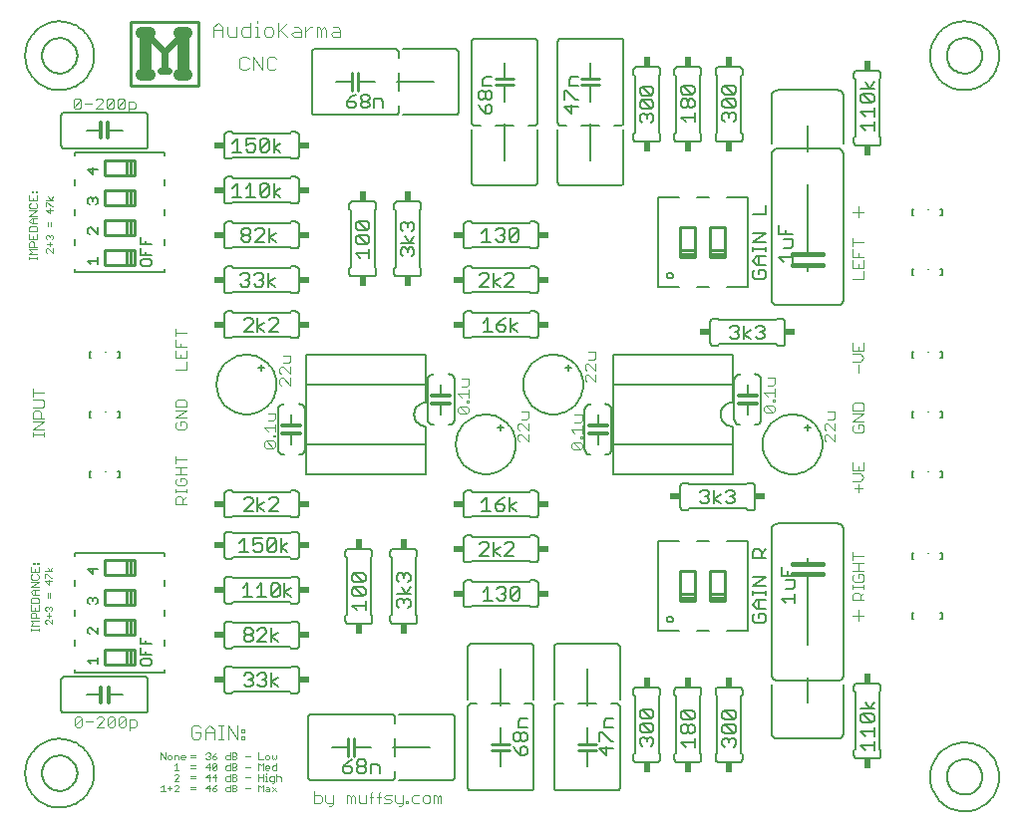
<source format=gto>
G75*
%MOIN*%
%OFA0B0*%
%FSLAX24Y24*%
%IPPOS*%
%LPD*%
%AMOC8*
5,1,8,0,0,1.08239X$1,22.5*
%
%ADD10C,0.0030*%
%ADD11C,0.0040*%
%ADD12C,0.0020*%
%ADD13C,0.0400*%
%ADD14C,0.0240*%
%ADD15C,0.0100*%
%ADD16C,0.0060*%
%ADD17C,0.0000*%
%ADD18C,0.0120*%
%ADD19C,0.0160*%
%ADD20C,0.0050*%
%ADD21C,0.0080*%
%ADD22R,0.0340X0.0240*%
%ADD23R,0.0240X0.0340*%
D10*
X010165Y000665D02*
X010350Y000665D01*
X010412Y000727D01*
X010412Y000850D01*
X010350Y000912D01*
X010165Y000912D01*
X010165Y001035D02*
X010165Y000665D01*
X010533Y000727D02*
X010533Y000912D01*
X010533Y000727D02*
X010595Y000665D01*
X010780Y000665D01*
X010780Y000603D02*
X010718Y000542D01*
X010657Y000542D01*
X010780Y000603D02*
X010780Y000912D01*
X011270Y000912D02*
X011270Y000665D01*
X011393Y000665D02*
X011393Y000850D01*
X011455Y000912D01*
X011517Y000850D01*
X011517Y000665D01*
X011638Y000727D02*
X011700Y000665D01*
X011885Y000665D01*
X011885Y000912D01*
X012007Y000850D02*
X012130Y000850D01*
X012252Y000850D02*
X012376Y000850D01*
X012498Y000850D02*
X012559Y000912D01*
X012745Y000912D01*
X012866Y000912D02*
X012866Y000727D01*
X012928Y000665D01*
X013113Y000665D01*
X013113Y000603D02*
X013051Y000542D01*
X012989Y000542D01*
X013113Y000603D02*
X013113Y000912D01*
X013234Y000727D02*
X013296Y000727D01*
X013296Y000665D01*
X013234Y000665D01*
X013234Y000727D01*
X013418Y000727D02*
X013418Y000850D01*
X013480Y000912D01*
X013665Y000912D01*
X013787Y000850D02*
X013787Y000727D01*
X013848Y000665D01*
X013972Y000665D01*
X014034Y000727D01*
X014034Y000850D01*
X013972Y000912D01*
X013848Y000912D01*
X013787Y000850D01*
X013665Y000665D02*
X013480Y000665D01*
X013418Y000727D01*
X012745Y000727D02*
X012683Y000788D01*
X012559Y000788D01*
X012498Y000850D01*
X012498Y000665D02*
X012683Y000665D01*
X012745Y000727D01*
X012376Y001035D02*
X012314Y000974D01*
X012314Y000665D01*
X012068Y000665D02*
X012068Y000974D01*
X012130Y001035D01*
X011638Y000912D02*
X011638Y000727D01*
X011393Y000850D02*
X011332Y000912D01*
X011270Y000912D01*
X014155Y000912D02*
X014155Y000665D01*
X014279Y000665D02*
X014279Y000850D01*
X014340Y000912D01*
X014402Y000850D01*
X014402Y000665D01*
X014279Y000850D02*
X014217Y000912D01*
X014155Y000912D01*
X005885Y010665D02*
X005515Y010665D01*
X005515Y010850D01*
X005576Y010912D01*
X005700Y010912D01*
X005762Y010850D01*
X005762Y010665D01*
X005762Y010788D02*
X005885Y010912D01*
X005885Y011033D02*
X005885Y011157D01*
X005885Y011095D02*
X005515Y011095D01*
X005515Y011033D02*
X005515Y011157D01*
X005576Y011279D02*
X005823Y011279D01*
X005885Y011341D01*
X005885Y011464D01*
X005823Y011526D01*
X005700Y011526D01*
X005700Y011402D01*
X005576Y011279D02*
X005515Y011341D01*
X005515Y011464D01*
X005576Y011526D01*
X005515Y011647D02*
X005885Y011647D01*
X005700Y011647D02*
X005700Y011894D01*
X005515Y011894D02*
X005885Y011894D01*
X005885Y012139D02*
X005515Y012139D01*
X005515Y012262D02*
X005515Y012015D01*
X005576Y013165D02*
X005823Y013165D01*
X005885Y013227D01*
X005885Y013350D01*
X005823Y013412D01*
X005700Y013412D01*
X005700Y013288D01*
X005576Y013165D02*
X005515Y013227D01*
X005515Y013350D01*
X005576Y013412D01*
X005515Y013533D02*
X005885Y013780D01*
X005515Y013780D01*
X005515Y013902D02*
X005515Y014087D01*
X005576Y014149D01*
X005823Y014149D01*
X005885Y014087D01*
X005885Y013902D01*
X005515Y013902D01*
X005515Y013533D02*
X005885Y013533D01*
X005885Y015165D02*
X005515Y015165D01*
X005515Y015533D02*
X005885Y015533D01*
X005885Y015780D01*
X005885Y015902D02*
X005515Y015902D01*
X005515Y016149D01*
X005515Y016270D02*
X005515Y016517D01*
X005515Y016393D02*
X005885Y016393D01*
X005700Y016025D02*
X005700Y015902D01*
X005515Y015780D02*
X005515Y015533D01*
X005700Y015533D02*
X005700Y015657D01*
X005885Y015412D02*
X005885Y015165D01*
X001135Y014389D02*
X000765Y014389D01*
X000765Y014512D02*
X000765Y014265D01*
X000765Y014144D02*
X001073Y014144D01*
X001135Y014082D01*
X001135Y013959D01*
X001073Y013897D01*
X000765Y013897D01*
X000826Y013776D02*
X000950Y013776D01*
X001012Y013714D01*
X001012Y013529D01*
X001135Y013529D02*
X000765Y013529D01*
X000765Y013714D01*
X000826Y013776D01*
X000765Y013407D02*
X001135Y013407D01*
X000765Y013161D01*
X001135Y013161D01*
X001135Y013038D02*
X001135Y012915D01*
X001135Y012977D02*
X000765Y012977D01*
X000765Y013038D02*
X000765Y012915D01*
X028165Y013122D02*
X028226Y013060D01*
X028473Y013060D01*
X028535Y013122D01*
X028535Y013245D01*
X028473Y013307D01*
X028350Y013307D01*
X028350Y013183D01*
X028226Y013307D02*
X028165Y013245D01*
X028165Y013122D01*
X028165Y013428D02*
X028535Y013675D01*
X028165Y013675D01*
X028165Y013797D02*
X028165Y013982D01*
X028226Y014044D01*
X028473Y014044D01*
X028535Y013982D01*
X028535Y013797D01*
X028165Y013797D01*
X028165Y013428D02*
X028535Y013428D01*
X028535Y012044D02*
X028535Y011797D01*
X028165Y011797D01*
X028165Y012044D01*
X028350Y011920D02*
X028350Y011797D01*
X028412Y011675D02*
X028165Y011675D01*
X028412Y011675D02*
X028535Y011552D01*
X028412Y011428D01*
X028165Y011428D01*
X028350Y011307D02*
X028350Y011060D01*
X028473Y011183D02*
X028226Y011183D01*
X028165Y009044D02*
X028165Y008797D01*
X028165Y008675D02*
X028535Y008675D01*
X028350Y008675D02*
X028350Y008428D01*
X028350Y008307D02*
X028350Y008183D01*
X028350Y008307D02*
X028473Y008307D01*
X028535Y008245D01*
X028535Y008122D01*
X028473Y008060D01*
X028226Y008060D01*
X028165Y008122D01*
X028165Y008245D01*
X028226Y008307D01*
X028165Y008428D02*
X028535Y008428D01*
X028535Y007938D02*
X028535Y007815D01*
X028535Y007876D02*
X028165Y007876D01*
X028165Y007815D02*
X028165Y007938D01*
X028226Y007693D02*
X028350Y007693D01*
X028412Y007631D01*
X028412Y007446D01*
X028535Y007446D02*
X028165Y007446D01*
X028165Y007631D01*
X028226Y007693D01*
X028412Y007570D02*
X028535Y007693D01*
X028535Y008920D02*
X028165Y008920D01*
X028350Y015060D02*
X028350Y015307D01*
X028412Y015428D02*
X028165Y015428D01*
X028412Y015428D02*
X028535Y015552D01*
X028412Y015675D01*
X028165Y015675D01*
X028165Y015797D02*
X028535Y015797D01*
X028535Y016044D01*
X028350Y015920D02*
X028350Y015797D01*
X028165Y015797D02*
X028165Y016044D01*
X028165Y018192D02*
X028535Y018192D01*
X028535Y018439D01*
X028535Y018560D02*
X028535Y018807D01*
X028535Y018928D02*
X028165Y018928D01*
X028165Y019175D01*
X028165Y019297D02*
X028165Y019544D01*
X028165Y019420D02*
X028535Y019420D01*
X028350Y019052D02*
X028350Y018928D01*
X028165Y018807D02*
X028165Y018560D01*
X028535Y018560D01*
X028350Y018560D02*
X028350Y018683D01*
D11*
X028343Y020257D02*
X028343Y020604D01*
X028170Y020430D02*
X028517Y020430D01*
X025562Y014868D02*
X025322Y014868D01*
X025562Y014868D02*
X025562Y014688D01*
X025502Y014628D01*
X025322Y014628D01*
X025562Y014499D02*
X025562Y014259D01*
X025562Y014379D02*
X025202Y014379D01*
X025322Y014259D01*
X025502Y014135D02*
X025562Y014135D01*
X025562Y014075D01*
X025502Y014075D01*
X025502Y014135D01*
X025502Y013947D02*
X025562Y013887D01*
X025562Y013767D01*
X025502Y013707D01*
X025262Y013947D01*
X025502Y013947D01*
X025502Y013707D02*
X025262Y013707D01*
X025202Y013767D01*
X025202Y013887D01*
X025262Y013947D01*
X027209Y013305D02*
X027209Y013185D01*
X027269Y013125D01*
X027269Y012997D02*
X027209Y012937D01*
X027209Y012817D01*
X027269Y012757D01*
X027269Y012997D02*
X027329Y012997D01*
X027569Y012757D01*
X027569Y012997D01*
X027569Y013125D02*
X027329Y013365D01*
X027269Y013365D01*
X027209Y013305D01*
X027329Y013493D02*
X027509Y013493D01*
X027569Y013553D01*
X027569Y013734D01*
X027329Y013734D01*
X027569Y013365D02*
X027569Y013125D01*
X028343Y007104D02*
X028343Y006757D01*
X028170Y006930D02*
X028517Y006930D01*
X019105Y012538D02*
X019045Y012477D01*
X018805Y012718D01*
X019045Y012718D01*
X019105Y012658D01*
X019105Y012538D01*
X019045Y012477D02*
X018805Y012477D01*
X018745Y012538D01*
X018745Y012658D01*
X018805Y012718D01*
X019045Y012846D02*
X019045Y012906D01*
X019105Y012906D01*
X019105Y012846D01*
X019045Y012846D01*
X019105Y013030D02*
X019105Y013270D01*
X019105Y013150D02*
X018745Y013150D01*
X018865Y013030D01*
X018865Y013398D02*
X019045Y013398D01*
X019105Y013458D01*
X019105Y013638D01*
X018865Y013638D01*
X019269Y014757D02*
X019209Y014817D01*
X019209Y014937D01*
X019269Y014997D01*
X019329Y014997D01*
X019569Y014757D01*
X019569Y014997D01*
X019569Y015125D02*
X019329Y015365D01*
X019269Y015365D01*
X019209Y015305D01*
X019209Y015185D01*
X019269Y015125D01*
X019569Y015125D02*
X019569Y015365D01*
X019509Y015493D02*
X019569Y015553D01*
X019569Y015734D01*
X019329Y015734D01*
X019329Y015493D02*
X019509Y015493D01*
X017319Y013734D02*
X017319Y013553D01*
X017259Y013493D01*
X017079Y013493D01*
X017079Y013365D02*
X017019Y013365D01*
X016959Y013305D01*
X016959Y013185D01*
X017019Y013125D01*
X017019Y012997D02*
X016959Y012937D01*
X016959Y012817D01*
X017019Y012757D01*
X017019Y012997D02*
X017079Y012997D01*
X017319Y012757D01*
X017319Y012997D01*
X017319Y013125D02*
X017079Y013365D01*
X017319Y013365D02*
X017319Y013125D01*
X017319Y013734D02*
X017079Y013734D01*
X015312Y013734D02*
X015252Y013674D01*
X015012Y013915D01*
X015252Y013915D01*
X015312Y013854D01*
X015312Y013734D01*
X015252Y013674D02*
X015012Y013674D01*
X014952Y013734D01*
X014952Y013854D01*
X015012Y013915D01*
X015252Y014043D02*
X015252Y014103D01*
X015312Y014103D01*
X015312Y014043D01*
X015252Y014043D01*
X015312Y014227D02*
X015312Y014467D01*
X015312Y014347D02*
X014952Y014347D01*
X015072Y014227D01*
X015072Y014595D02*
X015252Y014595D01*
X015312Y014655D01*
X015312Y014835D01*
X015072Y014835D01*
X009359Y014872D02*
X009359Y014632D01*
X009119Y014872D01*
X009058Y014872D01*
X008998Y014812D01*
X008998Y014692D01*
X009058Y014632D01*
X009058Y015000D02*
X008998Y015060D01*
X008998Y015180D01*
X009058Y015240D01*
X009119Y015240D01*
X009359Y015000D01*
X009359Y015240D01*
X009299Y015368D02*
X009359Y015428D01*
X009359Y015609D01*
X009119Y015609D01*
X009119Y015368D02*
X009299Y015368D01*
X008855Y013692D02*
X008615Y013692D01*
X008855Y013692D02*
X008855Y013511D01*
X008795Y013451D01*
X008615Y013451D01*
X008855Y013323D02*
X008855Y013083D01*
X008855Y013203D02*
X008495Y013203D01*
X008615Y013083D01*
X008795Y012959D02*
X008855Y012959D01*
X008855Y012899D01*
X008795Y012899D01*
X008795Y012959D01*
X008795Y012771D02*
X008555Y012771D01*
X008795Y012531D01*
X008855Y012591D01*
X008855Y012711D01*
X008795Y012771D01*
X008555Y012771D02*
X008495Y012711D01*
X008495Y012591D01*
X008555Y012531D01*
X008795Y012531D01*
X003798Y003555D02*
X003858Y003495D01*
X003618Y003255D01*
X003678Y003195D01*
X003798Y003195D01*
X003858Y003255D01*
X003858Y003495D01*
X003798Y003555D02*
X003678Y003555D01*
X003618Y003495D01*
X003618Y003255D01*
X003490Y003255D02*
X003430Y003195D01*
X003310Y003195D01*
X003250Y003255D01*
X003490Y003495D01*
X003490Y003255D01*
X003250Y003255D02*
X003250Y003495D01*
X003310Y003555D01*
X003430Y003555D01*
X003490Y003495D01*
X003122Y003495D02*
X003062Y003555D01*
X002942Y003555D01*
X002882Y003495D01*
X002754Y003375D02*
X002513Y003375D01*
X002385Y003495D02*
X002385Y003255D01*
X002325Y003195D01*
X002205Y003195D01*
X002145Y003255D01*
X002385Y003495D01*
X002325Y003555D01*
X002205Y003555D01*
X002145Y003495D01*
X002145Y003255D01*
X002882Y003195D02*
X003122Y003435D01*
X003122Y003495D01*
X003122Y003195D02*
X002882Y003195D01*
X003987Y003195D02*
X004167Y003195D01*
X004227Y003255D01*
X004227Y003375D01*
X004167Y003435D01*
X003987Y003435D01*
X003987Y003075D01*
X006045Y003179D02*
X006045Y002872D01*
X006122Y002795D01*
X006275Y002795D01*
X006352Y002872D01*
X006352Y003025D01*
X006198Y003025D01*
X006045Y003179D02*
X006122Y003255D01*
X006275Y003255D01*
X006352Y003179D01*
X006505Y003102D02*
X006659Y003255D01*
X006812Y003102D01*
X006812Y002795D01*
X006966Y002795D02*
X007119Y002795D01*
X007043Y002795D02*
X007043Y003255D01*
X007119Y003255D02*
X006966Y003255D01*
X006812Y003025D02*
X006505Y003025D01*
X006505Y003102D02*
X006505Y002795D01*
X007273Y002795D02*
X007273Y003255D01*
X007580Y002795D01*
X007580Y003255D01*
X007733Y003102D02*
X007733Y003025D01*
X007810Y003025D01*
X007810Y003102D01*
X007733Y003102D01*
X007733Y002872D02*
X007733Y002795D01*
X007810Y002795D01*
X007810Y002872D01*
X007733Y002872D01*
X003952Y023750D02*
X003952Y024110D01*
X004132Y024110D01*
X004192Y024050D01*
X004192Y023930D01*
X004132Y023870D01*
X003952Y023870D01*
X003824Y023930D02*
X003764Y023870D01*
X003643Y023870D01*
X003583Y023930D01*
X003824Y024170D01*
X003824Y023930D01*
X003824Y024170D02*
X003764Y024230D01*
X003643Y024230D01*
X003583Y024170D01*
X003583Y023930D01*
X003455Y023930D02*
X003395Y023870D01*
X003275Y023870D01*
X003215Y023930D01*
X003455Y024170D01*
X003455Y023930D01*
X003215Y023930D02*
X003215Y024170D01*
X003275Y024230D01*
X003395Y024230D01*
X003455Y024170D01*
X003087Y024170D02*
X003027Y024230D01*
X002907Y024230D01*
X002847Y024170D01*
X002719Y024050D02*
X002478Y024050D01*
X002350Y024170D02*
X002350Y023930D01*
X002290Y023870D01*
X002170Y023870D01*
X002110Y023930D01*
X002350Y024170D01*
X002290Y024230D01*
X002170Y024230D01*
X002110Y024170D01*
X002110Y023930D01*
X002847Y023870D02*
X003087Y024110D01*
X003087Y024170D01*
X003087Y023870D02*
X002847Y023870D01*
X006795Y026295D02*
X006795Y026602D01*
X006948Y026755D01*
X007102Y026602D01*
X007102Y026295D01*
X007255Y026372D02*
X007332Y026295D01*
X007562Y026295D01*
X007562Y026602D01*
X007716Y026525D02*
X007716Y026372D01*
X007793Y026295D01*
X008023Y026295D01*
X008023Y026755D01*
X008023Y026602D02*
X007793Y026602D01*
X007716Y026525D01*
X008176Y026602D02*
X008253Y026602D01*
X008253Y026295D01*
X008176Y026295D02*
X008330Y026295D01*
X008483Y026372D02*
X008483Y026525D01*
X008560Y026602D01*
X008713Y026602D01*
X008790Y026525D01*
X008790Y026372D01*
X008713Y026295D01*
X008560Y026295D01*
X008483Y026372D01*
X008943Y026448D02*
X009250Y026755D01*
X009481Y026602D02*
X009634Y026602D01*
X009711Y026525D01*
X009711Y026295D01*
X009481Y026295D01*
X009404Y026372D01*
X009481Y026448D01*
X009711Y026448D01*
X009864Y026448D02*
X010018Y026602D01*
X010094Y026602D01*
X010248Y026602D02*
X010325Y026602D01*
X010401Y026525D01*
X010478Y026602D01*
X010555Y026525D01*
X010555Y026295D01*
X010401Y026295D02*
X010401Y026525D01*
X010248Y026602D02*
X010248Y026295D01*
X009864Y026295D02*
X009864Y026602D01*
X009250Y026295D02*
X009020Y026525D01*
X008943Y026755D02*
X008943Y026295D01*
X008253Y026755D02*
X008253Y026832D01*
X007255Y026602D02*
X007255Y026372D01*
X007102Y026525D02*
X006795Y026525D01*
X007747Y025630D02*
X007670Y025554D01*
X007670Y025247D01*
X007747Y025170D01*
X007900Y025170D01*
X007977Y025247D01*
X008130Y025170D02*
X008130Y025630D01*
X008437Y025170D01*
X008437Y025630D01*
X008591Y025554D02*
X008591Y025247D01*
X008668Y025170D01*
X008821Y025170D01*
X008898Y025247D01*
X008898Y025554D02*
X008821Y025630D01*
X008668Y025630D01*
X008591Y025554D01*
X007977Y025554D02*
X007900Y025630D01*
X007747Y025630D01*
X010708Y026372D02*
X010785Y026448D01*
X011015Y026448D01*
X011015Y026525D02*
X011015Y026295D01*
X010785Y026295D01*
X010708Y026372D01*
X010785Y026602D02*
X010939Y026602D01*
X011015Y026525D01*
D12*
X001415Y020938D02*
X001342Y020828D01*
X001268Y020938D01*
X001195Y020828D02*
X001415Y020828D01*
X001232Y020754D02*
X001378Y020607D01*
X001415Y020607D01*
X001415Y020496D02*
X001195Y020496D01*
X001305Y020386D01*
X001305Y020533D01*
X001195Y020607D02*
X001195Y020754D01*
X001232Y020754D01*
X000890Y020812D02*
X000890Y020985D01*
X000890Y021069D02*
X000847Y021069D01*
X000847Y021113D01*
X000890Y021113D01*
X000890Y021069D01*
X000760Y021069D02*
X000717Y021069D01*
X000717Y021113D01*
X000760Y021113D01*
X000760Y021069D01*
X000630Y020985D02*
X000630Y020812D01*
X000890Y020812D01*
X000847Y020727D02*
X000890Y020684D01*
X000890Y020597D01*
X000847Y020554D01*
X000673Y020554D01*
X000630Y020597D01*
X000630Y020684D01*
X000673Y020727D01*
X000760Y020812D02*
X000760Y020898D01*
X000890Y020469D02*
X000630Y020469D01*
X000630Y020296D02*
X000890Y020469D01*
X000890Y020296D02*
X000630Y020296D01*
X000717Y020212D02*
X000630Y020125D01*
X000717Y020038D01*
X000890Y020038D01*
X000847Y019954D02*
X000673Y019954D01*
X000630Y019910D01*
X000630Y019780D01*
X000890Y019780D01*
X000890Y019910D01*
X000847Y019954D01*
X000760Y020038D02*
X000760Y020212D01*
X000717Y020212D02*
X000890Y020212D01*
X001268Y020091D02*
X001268Y019944D01*
X001342Y019944D02*
X001342Y020091D01*
X001342Y019649D02*
X001305Y019612D01*
X001305Y019575D01*
X001305Y019612D02*
X001268Y019649D01*
X001232Y019649D01*
X001195Y019612D01*
X001195Y019539D01*
X001232Y019502D01*
X001305Y019428D02*
X001305Y019281D01*
X001268Y019207D02*
X001232Y019207D01*
X001195Y019170D01*
X001195Y019097D01*
X001232Y019060D01*
X001268Y019207D02*
X001415Y019060D01*
X001415Y019207D01*
X001378Y019354D02*
X001232Y019354D01*
X001378Y019502D02*
X001415Y019539D01*
X001415Y019612D01*
X001378Y019649D01*
X001342Y019649D01*
X000890Y019696D02*
X000890Y019523D01*
X000630Y019523D01*
X000630Y019696D01*
X000760Y019609D02*
X000760Y019523D01*
X000760Y019438D02*
X000803Y019395D01*
X000803Y019265D01*
X000890Y019265D02*
X000630Y019265D01*
X000630Y019395D01*
X000673Y019438D01*
X000760Y019438D01*
X000630Y019180D02*
X000890Y019180D01*
X000890Y019007D02*
X000630Y019007D01*
X000717Y019094D01*
X000630Y019180D01*
X000630Y018922D02*
X000630Y018835D01*
X000630Y018878D02*
X000890Y018878D01*
X000890Y018835D02*
X000890Y018922D01*
X000897Y008688D02*
X000940Y008688D01*
X000940Y008644D01*
X000897Y008644D01*
X000897Y008688D01*
X000810Y008688D02*
X000810Y008644D01*
X000767Y008644D01*
X000767Y008688D01*
X000810Y008688D01*
X000940Y008560D02*
X000940Y008387D01*
X000680Y008387D01*
X000680Y008560D01*
X000810Y008473D02*
X000810Y008387D01*
X000897Y008302D02*
X000940Y008259D01*
X000940Y008172D01*
X000897Y008129D01*
X000723Y008129D01*
X000680Y008172D01*
X000680Y008259D01*
X000723Y008302D01*
X000680Y008044D02*
X000940Y008044D01*
X000680Y007871D01*
X000940Y007871D01*
X000940Y007787D02*
X000767Y007787D01*
X000680Y007700D01*
X000767Y007613D01*
X000940Y007613D01*
X000897Y007529D02*
X000723Y007529D01*
X000680Y007485D01*
X000680Y007355D01*
X000940Y007355D01*
X000940Y007485D01*
X000897Y007529D01*
X000810Y007613D02*
X000810Y007787D01*
X001243Y007666D02*
X001243Y007519D01*
X001317Y007519D02*
X001317Y007666D01*
X001280Y007961D02*
X001280Y008108D01*
X001353Y008182D02*
X001207Y008329D01*
X001170Y008329D01*
X001170Y008182D01*
X001170Y008071D02*
X001280Y007961D01*
X001390Y008071D02*
X001170Y008071D01*
X001353Y008182D02*
X001390Y008182D01*
X001390Y008403D02*
X001170Y008403D01*
X001243Y008513D02*
X001317Y008403D01*
X001390Y008513D01*
X001353Y007224D02*
X001317Y007224D01*
X001280Y007187D01*
X001280Y007150D01*
X001280Y007187D02*
X001243Y007224D01*
X001207Y007224D01*
X001170Y007187D01*
X001170Y007114D01*
X001207Y007077D01*
X001280Y007003D02*
X001280Y006856D01*
X001243Y006782D02*
X001207Y006782D01*
X001170Y006745D01*
X001170Y006672D01*
X001207Y006635D01*
X001243Y006782D02*
X001390Y006635D01*
X001390Y006782D01*
X001353Y006929D02*
X001207Y006929D01*
X001353Y007077D02*
X001390Y007114D01*
X001390Y007187D01*
X001353Y007224D01*
X000940Y007271D02*
X000940Y007098D01*
X000680Y007098D01*
X000680Y007271D01*
X000810Y007184D02*
X000810Y007098D01*
X000810Y007013D02*
X000853Y006970D01*
X000853Y006840D01*
X000940Y006840D02*
X000680Y006840D01*
X000680Y006970D01*
X000723Y007013D01*
X000810Y007013D01*
X000680Y006755D02*
X000940Y006755D01*
X000940Y006582D02*
X000680Y006582D01*
X000767Y006669D01*
X000680Y006755D01*
X000680Y006497D02*
X000680Y006410D01*
X000680Y006453D02*
X000940Y006453D01*
X000940Y006410D02*
X000940Y006497D01*
X005035Y002335D02*
X005182Y002115D01*
X005182Y002335D01*
X005256Y002225D02*
X005256Y002152D01*
X005293Y002115D01*
X005366Y002115D01*
X005403Y002152D01*
X005403Y002225D01*
X005366Y002262D01*
X005293Y002262D01*
X005256Y002225D01*
X005477Y002262D02*
X005477Y002115D01*
X005624Y002115D02*
X005624Y002225D01*
X005587Y002262D01*
X005477Y002262D01*
X005698Y002225D02*
X005698Y002152D01*
X005735Y002115D01*
X005808Y002115D01*
X005845Y002188D02*
X005698Y002188D01*
X005698Y002225D02*
X005735Y002262D01*
X005808Y002262D01*
X005845Y002225D01*
X005845Y002188D01*
X006035Y002188D02*
X006182Y002188D01*
X006182Y002262D02*
X006035Y002262D01*
X006535Y002298D02*
X006572Y002335D01*
X006645Y002335D01*
X006682Y002298D01*
X006682Y002262D01*
X006645Y002225D01*
X006682Y002188D01*
X006682Y002152D01*
X006645Y002115D01*
X006572Y002115D01*
X006535Y002152D01*
X006608Y002225D02*
X006645Y002225D01*
X006756Y002225D02*
X006756Y002152D01*
X006793Y002115D01*
X006866Y002115D01*
X006903Y002152D01*
X006903Y002188D01*
X006866Y002225D01*
X006756Y002225D01*
X006829Y002298D01*
X006903Y002335D01*
X007198Y002225D02*
X007198Y002152D01*
X007235Y002115D01*
X007345Y002115D01*
X007345Y002335D01*
X007345Y002262D02*
X007235Y002262D01*
X007198Y002225D01*
X007419Y002225D02*
X007529Y002225D01*
X007566Y002188D01*
X007566Y002152D01*
X007529Y002115D01*
X007419Y002115D01*
X007419Y002335D01*
X007529Y002335D01*
X007566Y002298D01*
X007566Y002262D01*
X007529Y002225D01*
X007529Y001975D02*
X007566Y001938D01*
X007566Y001902D01*
X007529Y001865D01*
X007419Y001865D01*
X007345Y001902D02*
X007235Y001902D01*
X007198Y001865D01*
X007198Y001792D01*
X007235Y001755D01*
X007345Y001755D01*
X007345Y001975D01*
X007419Y001975D02*
X007419Y001755D01*
X007529Y001755D01*
X007566Y001792D01*
X007566Y001828D01*
X007529Y001865D01*
X007529Y001975D02*
X007419Y001975D01*
X007861Y001865D02*
X008008Y001865D01*
X008303Y001755D02*
X008303Y001975D01*
X008376Y001902D01*
X008450Y001975D01*
X008450Y001755D01*
X008524Y001792D02*
X008524Y001865D01*
X008561Y001902D01*
X008634Y001902D01*
X008671Y001865D01*
X008671Y001828D01*
X008524Y001828D01*
X008524Y001792D02*
X008561Y001755D01*
X008634Y001755D01*
X008745Y001792D02*
X008745Y001865D01*
X008782Y001902D01*
X008892Y001902D01*
X008892Y001975D02*
X008892Y001755D01*
X008782Y001755D01*
X008745Y001792D01*
X008892Y001615D02*
X008892Y001395D01*
X008818Y001395D02*
X008708Y001395D01*
X008671Y001432D01*
X008671Y001505D01*
X008708Y001542D01*
X008818Y001542D01*
X008818Y001358D01*
X008781Y001322D01*
X008745Y001322D01*
X008745Y001182D02*
X008892Y001035D01*
X008745Y001035D02*
X008892Y001182D01*
X008671Y001145D02*
X008671Y001035D01*
X008561Y001035D01*
X008524Y001072D01*
X008561Y001108D01*
X008671Y001108D01*
X008671Y001145D02*
X008634Y001182D01*
X008561Y001182D01*
X008450Y001255D02*
X008450Y001035D01*
X008303Y001035D02*
X008303Y001255D01*
X008376Y001182D01*
X008450Y001255D01*
X008450Y001395D02*
X008450Y001615D01*
X008524Y001542D02*
X008561Y001542D01*
X008561Y001395D01*
X008597Y001395D02*
X008524Y001395D01*
X008450Y001505D02*
X008303Y001505D01*
X008303Y001395D02*
X008303Y001615D01*
X008561Y001615D02*
X008561Y001652D01*
X008892Y001505D02*
X008929Y001542D01*
X009002Y001542D01*
X009039Y001505D01*
X009039Y001395D01*
X008855Y002115D02*
X008892Y002152D01*
X008892Y002262D01*
X008818Y002152D02*
X008855Y002115D01*
X008818Y002152D02*
X008782Y002115D01*
X008745Y002152D01*
X008745Y002262D01*
X008671Y002225D02*
X008671Y002152D01*
X008634Y002115D01*
X008561Y002115D01*
X008524Y002152D01*
X008524Y002225D01*
X008561Y002262D01*
X008634Y002262D01*
X008671Y002225D01*
X008450Y002115D02*
X008303Y002115D01*
X008303Y002335D01*
X008008Y002225D02*
X007861Y002225D01*
X007529Y001615D02*
X007566Y001578D01*
X007566Y001542D01*
X007529Y001505D01*
X007419Y001505D01*
X007345Y001542D02*
X007235Y001542D01*
X007198Y001505D01*
X007198Y001432D01*
X007235Y001395D01*
X007345Y001395D01*
X007345Y001615D01*
X007419Y001615D02*
X007529Y001615D01*
X007529Y001505D02*
X007566Y001468D01*
X007566Y001432D01*
X007529Y001395D01*
X007419Y001395D01*
X007419Y001615D01*
X007419Y001255D02*
X007529Y001255D01*
X007566Y001218D01*
X007566Y001182D01*
X007529Y001145D01*
X007419Y001145D01*
X007345Y001182D02*
X007235Y001182D01*
X007198Y001145D01*
X007198Y001072D01*
X007235Y001035D01*
X007345Y001035D01*
X007345Y001255D01*
X007419Y001255D02*
X007419Y001035D01*
X007529Y001035D01*
X007566Y001072D01*
X007566Y001108D01*
X007529Y001145D01*
X007861Y001145D02*
X008008Y001145D01*
X008008Y001505D02*
X007861Y001505D01*
X006903Y001505D02*
X006756Y001505D01*
X006866Y001615D01*
X006866Y001395D01*
X006903Y001255D02*
X006829Y001218D01*
X006756Y001145D01*
X006866Y001145D01*
X006903Y001108D01*
X006903Y001072D01*
X006866Y001035D01*
X006793Y001035D01*
X006756Y001072D01*
X006756Y001145D01*
X006682Y001145D02*
X006535Y001145D01*
X006645Y001255D01*
X006645Y001035D01*
X006182Y001108D02*
X006035Y001108D01*
X006035Y001182D02*
X006182Y001182D01*
X006182Y001468D02*
X006035Y001468D01*
X006035Y001542D02*
X006182Y001542D01*
X006182Y001828D02*
X006035Y001828D01*
X006035Y001902D02*
X006182Y001902D01*
X006535Y001865D02*
X006645Y001975D01*
X006645Y001755D01*
X006682Y001865D02*
X006535Y001865D01*
X006756Y001792D02*
X006903Y001938D01*
X006903Y001792D01*
X006866Y001755D01*
X006793Y001755D01*
X006756Y001792D01*
X006756Y001938D01*
X006793Y001975D01*
X006866Y001975D01*
X006903Y001938D01*
X006645Y001615D02*
X006535Y001505D01*
X006682Y001505D01*
X006645Y001395D02*
X006645Y001615D01*
X005624Y001578D02*
X005587Y001615D01*
X005514Y001615D01*
X005477Y001578D01*
X005624Y001578D02*
X005624Y001542D01*
X005477Y001395D01*
X005624Y001395D01*
X005587Y001255D02*
X005514Y001255D01*
X005477Y001218D01*
X005403Y001145D02*
X005256Y001145D01*
X005329Y001218D02*
X005329Y001072D01*
X005182Y001035D02*
X005035Y001035D01*
X005108Y001035D02*
X005108Y001255D01*
X005035Y001182D01*
X005477Y001035D02*
X005624Y001182D01*
X005624Y001218D01*
X005587Y001255D01*
X005624Y001035D02*
X005477Y001035D01*
X005477Y001755D02*
X005624Y001755D01*
X005550Y001755D02*
X005550Y001975D01*
X005477Y001902D01*
X005035Y002115D02*
X005035Y002335D01*
D13*
X004650Y025025D02*
X004400Y025025D01*
X004525Y025150D02*
X004525Y026400D01*
X004400Y026400D01*
X004525Y026400D02*
X004650Y026400D01*
X005650Y026400D02*
X005900Y026400D01*
X005775Y026400D02*
X005775Y025150D01*
X005650Y025025D02*
X005900Y025025D01*
D14*
X005275Y025150D02*
X005025Y025150D01*
X005150Y025150D02*
X005150Y025775D01*
X005775Y026400D01*
X005150Y025775D02*
X004525Y026400D01*
D15*
X004025Y026775D02*
X004025Y024650D01*
X006275Y024650D01*
X006275Y026775D01*
X004025Y026775D01*
X004020Y022150D02*
X003900Y022150D01*
X003150Y022150D01*
X003150Y021650D01*
X003900Y021650D01*
X004020Y021650D01*
X004150Y021650D01*
X004150Y022150D01*
X004020Y022150D01*
X004020Y021650D01*
X003900Y021650D02*
X003900Y022150D01*
X003900Y021150D02*
X003150Y021150D01*
X003150Y020650D01*
X003900Y020650D01*
X004020Y020650D01*
X004150Y020650D01*
X004150Y021150D01*
X004020Y021150D01*
X003900Y021150D01*
X003900Y020650D01*
X004020Y020650D02*
X004020Y021150D01*
X004020Y020150D02*
X003900Y020150D01*
X003150Y020150D01*
X003150Y019650D01*
X003900Y019650D01*
X004020Y019650D01*
X004150Y019650D01*
X004150Y020150D01*
X004020Y020150D01*
X004020Y019650D01*
X003900Y019650D02*
X003900Y020150D01*
X003900Y019150D02*
X003150Y019150D01*
X003150Y018650D01*
X003900Y018650D01*
X004020Y018650D01*
X004150Y018650D01*
X004150Y019150D01*
X004020Y019150D01*
X003900Y019150D01*
X003900Y018650D01*
X004020Y018650D02*
X004020Y019150D01*
X011425Y024475D02*
X011425Y025075D01*
X011625Y025075D02*
X011625Y024775D01*
X011625Y024475D01*
X016225Y024675D02*
X016525Y024675D01*
X016825Y024675D01*
X016825Y024875D02*
X016225Y024875D01*
X019100Y024875D02*
X019700Y024875D01*
X019700Y024675D02*
X019400Y024675D01*
X019100Y024675D01*
X022400Y019900D02*
X022400Y019150D01*
X022400Y019030D01*
X022400Y018900D01*
X022900Y018900D01*
X022900Y019030D01*
X022900Y019150D01*
X022900Y019900D01*
X022400Y019900D01*
X022400Y019150D02*
X022900Y019150D01*
X022900Y019030D02*
X022400Y019030D01*
X023400Y019030D02*
X023400Y019150D01*
X023900Y019150D01*
X023900Y019900D01*
X023400Y019900D01*
X023400Y019150D01*
X023400Y019030D02*
X023400Y018900D01*
X023900Y018900D01*
X023900Y019030D01*
X023900Y019150D01*
X023900Y019030D02*
X023400Y019030D01*
X023400Y008400D02*
X023400Y007650D01*
X023400Y007530D01*
X023400Y007400D01*
X023900Y007400D01*
X023900Y007530D01*
X023900Y007650D01*
X023900Y008400D01*
X023400Y008400D01*
X022900Y008400D02*
X022900Y007650D01*
X022400Y007650D01*
X022400Y007530D01*
X022400Y007400D01*
X022900Y007400D01*
X022900Y007530D01*
X022900Y007650D01*
X022900Y007530D02*
X022400Y007530D01*
X022400Y007650D02*
X022400Y008400D01*
X022900Y008400D01*
X023400Y007650D02*
X023900Y007650D01*
X023900Y007530D02*
X023400Y007530D01*
X019575Y002625D02*
X019275Y002625D01*
X018975Y002625D01*
X018975Y002425D02*
X019575Y002425D01*
X016700Y002425D02*
X016100Y002425D01*
X016100Y002625D02*
X016400Y002625D01*
X016700Y002625D01*
X011500Y002525D02*
X011500Y002225D01*
X011300Y002225D02*
X011300Y002825D01*
X011500Y002825D02*
X011500Y002525D01*
X004150Y005275D02*
X004020Y005275D01*
X003900Y005275D01*
X003900Y005775D01*
X003150Y005775D01*
X003150Y005275D01*
X003900Y005275D01*
X004020Y005275D02*
X004020Y005775D01*
X003900Y005775D01*
X004020Y005775D02*
X004150Y005775D01*
X004150Y005275D01*
X004150Y006275D02*
X004020Y006275D01*
X003900Y006275D01*
X003900Y006775D01*
X003150Y006775D01*
X003150Y006275D01*
X003900Y006275D01*
X004020Y006275D02*
X004020Y006775D01*
X003900Y006775D01*
X004020Y006775D02*
X004150Y006775D01*
X004150Y006275D01*
X004150Y007275D02*
X004020Y007275D01*
X003900Y007275D01*
X003900Y007775D01*
X003150Y007775D01*
X003150Y007275D01*
X003900Y007275D01*
X004020Y007275D02*
X004020Y007775D01*
X003900Y007775D01*
X004020Y007775D02*
X004150Y007775D01*
X004150Y007275D01*
X004150Y008275D02*
X004020Y008275D01*
X003900Y008275D01*
X003900Y008775D01*
X003150Y008775D01*
X003150Y008275D01*
X003900Y008275D01*
X004020Y008275D02*
X004020Y008775D01*
X003900Y008775D01*
X004020Y008775D02*
X004150Y008775D01*
X004150Y008275D01*
D16*
X005150Y008125D02*
X005150Y007925D01*
X005150Y007125D02*
X005150Y006925D01*
X005150Y006125D02*
X005150Y005925D01*
X005150Y005125D02*
X005150Y005025D01*
X002150Y005025D01*
X002150Y005125D01*
X001800Y004875D02*
X004500Y004875D01*
X004517Y004873D01*
X004534Y004869D01*
X004550Y004862D01*
X004564Y004852D01*
X004577Y004839D01*
X004587Y004825D01*
X004594Y004809D01*
X004598Y004792D01*
X004600Y004775D01*
X004600Y003775D01*
X004598Y003758D01*
X004594Y003741D01*
X004587Y003725D01*
X004577Y003711D01*
X004564Y003698D01*
X004550Y003688D01*
X004534Y003681D01*
X004517Y003677D01*
X004500Y003675D01*
X001800Y003675D01*
X001783Y003677D01*
X001766Y003681D01*
X001750Y003688D01*
X001736Y003698D01*
X001723Y003711D01*
X001713Y003725D01*
X001706Y003741D01*
X001702Y003758D01*
X001700Y003775D01*
X001700Y004775D01*
X001702Y004792D01*
X001706Y004809D01*
X001713Y004825D01*
X001723Y004839D01*
X001736Y004852D01*
X001750Y004862D01*
X001766Y004869D01*
X001783Y004873D01*
X001800Y004875D01*
X002550Y004275D02*
X003030Y004275D01*
X003280Y004275D02*
X003750Y004275D01*
X002150Y005925D02*
X002150Y006125D01*
X002150Y006925D02*
X002150Y007125D01*
X002150Y007925D02*
X002150Y008125D01*
X002150Y008925D02*
X002150Y009025D01*
X005150Y009025D01*
X005150Y008925D01*
X007150Y008925D02*
X007150Y009625D01*
X007152Y009642D01*
X007156Y009659D01*
X007163Y009675D01*
X007173Y009689D01*
X007186Y009702D01*
X007200Y009712D01*
X007216Y009719D01*
X007233Y009723D01*
X007250Y009725D01*
X007400Y009725D01*
X007450Y009675D01*
X009350Y009675D01*
X009400Y009725D01*
X009550Y009725D01*
X009567Y009723D01*
X009584Y009719D01*
X009600Y009712D01*
X009614Y009702D01*
X009627Y009689D01*
X009637Y009675D01*
X009644Y009659D01*
X009648Y009642D01*
X009650Y009625D01*
X009650Y008925D01*
X009648Y008908D01*
X009644Y008891D01*
X009637Y008875D01*
X009627Y008861D01*
X009614Y008848D01*
X009600Y008838D01*
X009584Y008831D01*
X009567Y008827D01*
X009550Y008825D01*
X009400Y008825D01*
X009350Y008875D01*
X007450Y008875D01*
X007400Y008825D01*
X007250Y008825D01*
X007233Y008827D01*
X007216Y008831D01*
X007200Y008838D01*
X007186Y008848D01*
X007173Y008861D01*
X007163Y008875D01*
X007156Y008891D01*
X007152Y008908D01*
X007150Y008925D01*
X007250Y008225D02*
X007400Y008225D01*
X007450Y008175D01*
X009350Y008175D01*
X009400Y008225D01*
X009550Y008225D01*
X009567Y008223D01*
X009584Y008219D01*
X009600Y008212D01*
X009614Y008202D01*
X009627Y008189D01*
X009637Y008175D01*
X009644Y008159D01*
X009648Y008142D01*
X009650Y008125D01*
X009650Y007425D01*
X009648Y007408D01*
X009644Y007391D01*
X009637Y007375D01*
X009627Y007361D01*
X009614Y007348D01*
X009600Y007338D01*
X009584Y007331D01*
X009567Y007327D01*
X009550Y007325D01*
X009400Y007325D01*
X009350Y007375D01*
X007450Y007375D01*
X007400Y007325D01*
X007250Y007325D01*
X007233Y007327D01*
X007216Y007331D01*
X007200Y007338D01*
X007186Y007348D01*
X007173Y007361D01*
X007163Y007375D01*
X007156Y007391D01*
X007152Y007408D01*
X007150Y007425D01*
X007150Y008125D01*
X007152Y008142D01*
X007156Y008159D01*
X007163Y008175D01*
X007173Y008189D01*
X007186Y008202D01*
X007200Y008212D01*
X007216Y008219D01*
X007233Y008223D01*
X007250Y008225D01*
X007250Y006725D02*
X007400Y006725D01*
X007450Y006675D01*
X009350Y006675D01*
X009400Y006725D01*
X009550Y006725D01*
X009567Y006723D01*
X009584Y006719D01*
X009600Y006712D01*
X009614Y006702D01*
X009627Y006689D01*
X009637Y006675D01*
X009644Y006659D01*
X009648Y006642D01*
X009650Y006625D01*
X009650Y005925D01*
X009648Y005908D01*
X009644Y005891D01*
X009637Y005875D01*
X009627Y005861D01*
X009614Y005848D01*
X009600Y005838D01*
X009584Y005831D01*
X009567Y005827D01*
X009550Y005825D01*
X009400Y005825D01*
X009350Y005875D01*
X007450Y005875D01*
X007400Y005825D01*
X007250Y005825D01*
X007233Y005827D01*
X007216Y005831D01*
X007200Y005838D01*
X007186Y005848D01*
X007173Y005861D01*
X007163Y005875D01*
X007156Y005891D01*
X007152Y005908D01*
X007150Y005925D01*
X007150Y006625D01*
X007152Y006642D01*
X007156Y006659D01*
X007163Y006675D01*
X007173Y006689D01*
X007186Y006702D01*
X007200Y006712D01*
X007216Y006719D01*
X007233Y006723D01*
X007250Y006725D01*
X007250Y005225D02*
X007400Y005225D01*
X007450Y005175D01*
X009350Y005175D01*
X009400Y005225D01*
X009550Y005225D01*
X009567Y005223D01*
X009584Y005219D01*
X009600Y005212D01*
X009614Y005202D01*
X009627Y005189D01*
X009637Y005175D01*
X009644Y005159D01*
X009648Y005142D01*
X009650Y005125D01*
X009650Y004425D01*
X009648Y004408D01*
X009644Y004391D01*
X009637Y004375D01*
X009627Y004361D01*
X009614Y004348D01*
X009600Y004338D01*
X009584Y004331D01*
X009567Y004327D01*
X009550Y004325D01*
X009400Y004325D01*
X009350Y004375D01*
X007450Y004375D01*
X007400Y004325D01*
X007250Y004325D01*
X007233Y004327D01*
X007216Y004331D01*
X007200Y004338D01*
X007186Y004348D01*
X007173Y004361D01*
X007163Y004375D01*
X007156Y004391D01*
X007152Y004408D01*
X007150Y004425D01*
X007150Y005125D01*
X007152Y005142D01*
X007156Y005159D01*
X007163Y005175D01*
X007173Y005189D01*
X007186Y005202D01*
X007200Y005212D01*
X007216Y005219D01*
X007233Y005223D01*
X007250Y005225D01*
X009950Y003525D02*
X009950Y001525D01*
X009952Y001508D01*
X009956Y001491D01*
X009963Y001475D01*
X009973Y001461D01*
X009986Y001448D01*
X010000Y001438D01*
X010016Y001431D01*
X010033Y001427D01*
X010050Y001425D01*
X012750Y001425D01*
X012767Y001427D01*
X012784Y001431D01*
X012800Y001438D01*
X012814Y001448D01*
X012827Y001461D01*
X012837Y001475D01*
X012844Y001491D01*
X012848Y001508D01*
X012850Y001525D01*
X012850Y001725D01*
X013000Y001425D02*
X014750Y001425D01*
X014767Y001427D01*
X014784Y001431D01*
X014800Y001438D01*
X014814Y001448D01*
X014827Y001461D01*
X014837Y001475D01*
X014844Y001491D01*
X014848Y001508D01*
X014850Y001525D01*
X014850Y003525D01*
X014848Y003542D01*
X014844Y003559D01*
X014837Y003575D01*
X014827Y003589D01*
X014814Y003602D01*
X014800Y003612D01*
X014784Y003619D01*
X014767Y003623D01*
X014750Y003625D01*
X013000Y003625D01*
X012850Y003525D02*
X012850Y003325D01*
X012850Y003525D02*
X012848Y003542D01*
X012844Y003559D01*
X012837Y003575D01*
X012827Y003589D01*
X012814Y003602D01*
X012800Y003612D01*
X012784Y003619D01*
X012767Y003623D01*
X012750Y003625D01*
X010050Y003625D01*
X010033Y003623D01*
X010016Y003619D01*
X010000Y003612D01*
X009986Y003602D01*
X009973Y003589D01*
X009963Y003575D01*
X009956Y003559D01*
X009952Y003542D01*
X009950Y003525D01*
X010758Y002525D02*
X011270Y002525D01*
X011500Y002525D02*
X012050Y002525D01*
X012800Y002525D02*
X014019Y002525D01*
X012850Y002825D02*
X012850Y002225D01*
X015300Y001175D02*
X015300Y003875D01*
X015302Y003892D01*
X015306Y003909D01*
X015313Y003925D01*
X015323Y003939D01*
X015336Y003952D01*
X015350Y003962D01*
X015366Y003969D01*
X015383Y003973D01*
X015400Y003975D01*
X015600Y003975D01*
X015300Y004125D02*
X015300Y005875D01*
X015302Y005892D01*
X015306Y005909D01*
X015313Y005925D01*
X015323Y005939D01*
X015336Y005952D01*
X015350Y005962D01*
X015366Y005969D01*
X015383Y005973D01*
X015400Y005975D01*
X017400Y005975D01*
X017417Y005973D01*
X017434Y005969D01*
X017450Y005962D01*
X017464Y005952D01*
X017477Y005939D01*
X017487Y005925D01*
X017494Y005909D01*
X017498Y005892D01*
X017500Y005875D01*
X017500Y004125D01*
X017400Y003975D02*
X017200Y003975D01*
X017400Y003975D02*
X017417Y003973D01*
X017434Y003969D01*
X017450Y003962D01*
X017464Y003952D01*
X017477Y003939D01*
X017487Y003925D01*
X017494Y003909D01*
X017498Y003892D01*
X017500Y003875D01*
X017500Y001175D01*
X017498Y001158D01*
X017494Y001141D01*
X017487Y001125D01*
X017477Y001111D01*
X017464Y001098D01*
X017450Y001088D01*
X017434Y001081D01*
X017417Y001077D01*
X017400Y001075D01*
X015400Y001075D01*
X015383Y001077D01*
X015366Y001081D01*
X015350Y001088D01*
X015336Y001098D01*
X015323Y001111D01*
X015313Y001125D01*
X015306Y001141D01*
X015302Y001158D01*
X015300Y001175D01*
X016400Y001883D02*
X016400Y002395D01*
X016400Y002625D02*
X016400Y003175D01*
X016400Y003925D02*
X016400Y005144D01*
X016100Y003975D02*
X016700Y003975D01*
X018175Y003875D02*
X018175Y001175D01*
X018177Y001158D01*
X018181Y001141D01*
X018188Y001125D01*
X018198Y001111D01*
X018211Y001098D01*
X018225Y001088D01*
X018241Y001081D01*
X018258Y001077D01*
X018275Y001075D01*
X020275Y001075D01*
X020292Y001077D01*
X020309Y001081D01*
X020325Y001088D01*
X020339Y001098D01*
X020352Y001111D01*
X020362Y001125D01*
X020369Y001141D01*
X020373Y001158D01*
X020375Y001175D01*
X020375Y003875D01*
X020373Y003892D01*
X020369Y003909D01*
X020362Y003925D01*
X020352Y003939D01*
X020339Y003952D01*
X020325Y003962D01*
X020309Y003969D01*
X020292Y003973D01*
X020275Y003975D01*
X020075Y003975D01*
X020375Y004125D02*
X020375Y005875D01*
X020373Y005892D01*
X020369Y005909D01*
X020362Y005925D01*
X020352Y005939D01*
X020339Y005952D01*
X020325Y005962D01*
X020309Y005969D01*
X020292Y005973D01*
X020275Y005975D01*
X018275Y005975D01*
X018258Y005973D01*
X018241Y005969D01*
X018225Y005962D01*
X018211Y005952D01*
X018198Y005939D01*
X018188Y005925D01*
X018181Y005909D01*
X018177Y005892D01*
X018175Y005875D01*
X018175Y004125D01*
X018275Y003975D02*
X018475Y003975D01*
X018275Y003975D02*
X018258Y003973D01*
X018241Y003969D01*
X018225Y003962D01*
X018211Y003952D01*
X018198Y003939D01*
X018188Y003925D01*
X018181Y003909D01*
X018177Y003892D01*
X018175Y003875D01*
X018975Y003975D02*
X019575Y003975D01*
X019275Y003925D02*
X019275Y005144D01*
X020825Y004425D02*
X020825Y004275D01*
X020875Y004225D01*
X020875Y002325D01*
X020825Y002275D01*
X020825Y002125D01*
X020827Y002108D01*
X020831Y002091D01*
X020838Y002075D01*
X020848Y002061D01*
X020861Y002048D01*
X020875Y002038D01*
X020891Y002031D01*
X020908Y002027D01*
X020925Y002025D01*
X021625Y002025D01*
X021642Y002027D01*
X021659Y002031D01*
X021675Y002038D01*
X021689Y002048D01*
X021702Y002061D01*
X021712Y002075D01*
X021719Y002091D01*
X021723Y002108D01*
X021725Y002125D01*
X021725Y002275D01*
X021675Y002325D01*
X021675Y004225D01*
X021725Y004275D01*
X021725Y004425D01*
X021723Y004442D01*
X021719Y004459D01*
X021712Y004475D01*
X021702Y004489D01*
X021689Y004502D01*
X021675Y004512D01*
X021659Y004519D01*
X021642Y004523D01*
X021625Y004525D01*
X020925Y004525D01*
X020908Y004523D01*
X020891Y004519D01*
X020875Y004512D01*
X020861Y004502D01*
X020848Y004489D01*
X020838Y004475D01*
X020831Y004459D01*
X020827Y004442D01*
X020825Y004425D01*
X022200Y004425D02*
X022200Y004275D01*
X022250Y004225D01*
X022250Y002325D01*
X022200Y002275D01*
X022200Y002125D01*
X022202Y002108D01*
X022206Y002091D01*
X022213Y002075D01*
X022223Y002061D01*
X022236Y002048D01*
X022250Y002038D01*
X022266Y002031D01*
X022283Y002027D01*
X022300Y002025D01*
X023000Y002025D01*
X023017Y002027D01*
X023034Y002031D01*
X023050Y002038D01*
X023064Y002048D01*
X023077Y002061D01*
X023087Y002075D01*
X023094Y002091D01*
X023098Y002108D01*
X023100Y002125D01*
X023100Y002275D01*
X023050Y002325D01*
X023050Y004225D01*
X023100Y004275D01*
X023100Y004425D01*
X023098Y004442D01*
X023094Y004459D01*
X023087Y004475D01*
X023077Y004489D01*
X023064Y004502D01*
X023050Y004512D01*
X023034Y004519D01*
X023017Y004523D01*
X023000Y004525D01*
X022300Y004525D01*
X022283Y004523D01*
X022266Y004519D01*
X022250Y004512D01*
X022236Y004502D01*
X022223Y004489D01*
X022213Y004475D01*
X022206Y004459D01*
X022202Y004442D01*
X022200Y004425D01*
X023575Y004425D02*
X023575Y004275D01*
X023625Y004225D01*
X023625Y002325D01*
X023575Y002275D01*
X023575Y002125D01*
X023577Y002108D01*
X023581Y002091D01*
X023588Y002075D01*
X023598Y002061D01*
X023611Y002048D01*
X023625Y002038D01*
X023641Y002031D01*
X023658Y002027D01*
X023675Y002025D01*
X024375Y002025D01*
X024392Y002027D01*
X024409Y002031D01*
X024425Y002038D01*
X024439Y002048D01*
X024452Y002061D01*
X024462Y002075D01*
X024469Y002091D01*
X024473Y002108D01*
X024475Y002125D01*
X024475Y002275D01*
X024425Y002325D01*
X024425Y004225D01*
X024475Y004275D01*
X024475Y004425D01*
X024473Y004442D01*
X024469Y004459D01*
X024462Y004475D01*
X024452Y004489D01*
X024439Y004502D01*
X024425Y004512D01*
X024409Y004519D01*
X024392Y004523D01*
X024375Y004525D01*
X023675Y004525D01*
X023658Y004523D01*
X023641Y004519D01*
X023625Y004512D01*
X023611Y004502D01*
X023598Y004489D01*
X023588Y004475D01*
X023581Y004459D01*
X023577Y004442D01*
X023575Y004425D01*
X025450Y004600D02*
X025450Y003000D01*
X025452Y002974D01*
X025457Y002948D01*
X025465Y002923D01*
X025477Y002900D01*
X025491Y002878D01*
X025509Y002859D01*
X025528Y002841D01*
X025550Y002827D01*
X025573Y002815D01*
X025598Y002807D01*
X025624Y002802D01*
X025650Y002800D01*
X027650Y002800D01*
X027676Y002802D01*
X027702Y002807D01*
X027727Y002815D01*
X027750Y002827D01*
X027772Y002841D01*
X027791Y002859D01*
X027809Y002878D01*
X027823Y002900D01*
X027835Y002923D01*
X027843Y002948D01*
X027848Y002974D01*
X027850Y003000D01*
X027850Y004600D01*
X027650Y004750D02*
X025650Y004750D01*
X025624Y004752D01*
X025598Y004757D01*
X025573Y004765D01*
X025550Y004777D01*
X025528Y004791D01*
X025509Y004809D01*
X025491Y004828D01*
X025477Y004850D01*
X025465Y004873D01*
X025457Y004898D01*
X025452Y004924D01*
X025450Y004950D01*
X025450Y009800D01*
X025452Y009826D01*
X025457Y009852D01*
X025465Y009877D01*
X025477Y009900D01*
X025491Y009922D01*
X025509Y009941D01*
X025528Y009959D01*
X025550Y009973D01*
X025573Y009985D01*
X025598Y009993D01*
X025624Y009998D01*
X025650Y010000D01*
X027650Y010000D01*
X027676Y009998D01*
X027702Y009993D01*
X027727Y009985D01*
X027750Y009973D01*
X027772Y009959D01*
X027791Y009941D01*
X027809Y009922D01*
X027823Y009900D01*
X027835Y009877D01*
X027843Y009852D01*
X027848Y009826D01*
X027850Y009800D01*
X027850Y004950D01*
X027848Y004924D01*
X027843Y004898D01*
X027835Y004873D01*
X027823Y004850D01*
X027809Y004828D01*
X027791Y004809D01*
X027772Y004791D01*
X027750Y004777D01*
X027727Y004765D01*
X027702Y004757D01*
X027676Y004752D01*
X027650Y004750D01*
X028200Y004550D02*
X028200Y004400D01*
X028250Y004350D01*
X028250Y002450D01*
X028200Y002400D01*
X028200Y002250D01*
X028202Y002233D01*
X028206Y002216D01*
X028213Y002200D01*
X028223Y002186D01*
X028236Y002173D01*
X028250Y002163D01*
X028266Y002156D01*
X028283Y002152D01*
X028300Y002150D01*
X029000Y002150D01*
X029017Y002152D01*
X029034Y002156D01*
X029050Y002163D01*
X029064Y002173D01*
X029077Y002186D01*
X029087Y002200D01*
X029094Y002216D01*
X029098Y002233D01*
X029100Y002250D01*
X029100Y002400D01*
X029050Y002450D01*
X029050Y004350D01*
X029100Y004400D01*
X029100Y004550D01*
X029098Y004567D01*
X029094Y004584D01*
X029087Y004600D01*
X029077Y004614D01*
X029064Y004627D01*
X029050Y004637D01*
X029034Y004644D01*
X029017Y004648D01*
X029000Y004650D01*
X028300Y004650D01*
X028283Y004648D01*
X028266Y004644D01*
X028250Y004637D01*
X028236Y004627D01*
X028223Y004614D01*
X028213Y004600D01*
X028206Y004584D01*
X028202Y004567D01*
X028200Y004550D01*
X026650Y004850D02*
X026650Y004000D01*
X026650Y005950D02*
X026650Y008300D01*
X026650Y008650D02*
X026650Y008850D01*
X024650Y009400D02*
X023950Y009400D01*
X023350Y009400D02*
X022950Y009400D01*
X022350Y009400D02*
X021650Y009400D01*
X021650Y006400D01*
X022350Y006400D01*
X021950Y006800D02*
X021952Y006820D01*
X021958Y006838D01*
X021967Y006856D01*
X021979Y006871D01*
X021994Y006883D01*
X022012Y006892D01*
X022030Y006898D01*
X022050Y006900D01*
X022070Y006898D01*
X022088Y006892D01*
X022106Y006883D01*
X022121Y006871D01*
X022133Y006856D01*
X022142Y006838D01*
X022148Y006820D01*
X022150Y006800D01*
X022148Y006780D01*
X022142Y006762D01*
X022133Y006744D01*
X022121Y006729D01*
X022106Y006717D01*
X022088Y006708D01*
X022070Y006702D01*
X022050Y006700D01*
X022030Y006702D01*
X022012Y006708D01*
X021994Y006717D01*
X021979Y006729D01*
X021967Y006744D01*
X021958Y006762D01*
X021952Y006780D01*
X021950Y006800D01*
X022950Y006400D02*
X023350Y006400D01*
X023950Y006400D02*
X024650Y006400D01*
X024650Y009400D01*
X024650Y010450D02*
X024800Y010450D01*
X024817Y010452D01*
X024834Y010456D01*
X024850Y010463D01*
X024864Y010473D01*
X024877Y010486D01*
X024887Y010500D01*
X024894Y010516D01*
X024898Y010533D01*
X024900Y010550D01*
X024900Y011250D01*
X024898Y011267D01*
X024894Y011284D01*
X024887Y011300D01*
X024877Y011314D01*
X024864Y011327D01*
X024850Y011337D01*
X024834Y011344D01*
X024817Y011348D01*
X024800Y011350D01*
X024650Y011350D01*
X024600Y011300D01*
X022700Y011300D01*
X022650Y011350D01*
X022500Y011350D01*
X022483Y011348D01*
X022466Y011344D01*
X022450Y011337D01*
X022436Y011327D01*
X022423Y011314D01*
X022413Y011300D01*
X022406Y011284D01*
X022402Y011267D01*
X022400Y011250D01*
X022400Y010550D01*
X022402Y010533D01*
X022406Y010516D01*
X022413Y010500D01*
X022423Y010486D01*
X022436Y010473D01*
X022450Y010463D01*
X022466Y010456D01*
X022483Y010452D01*
X022500Y010450D01*
X022650Y010450D01*
X022700Y010500D01*
X024600Y010500D01*
X024650Y010450D01*
X024150Y011650D02*
X024150Y012650D01*
X024150Y013250D01*
X024200Y013500D02*
X024200Y014800D01*
X024150Y014650D02*
X024150Y014050D01*
X024111Y014048D01*
X024072Y014042D01*
X024034Y014033D01*
X023997Y014020D01*
X023961Y014003D01*
X023928Y013983D01*
X023896Y013959D01*
X023867Y013933D01*
X023841Y013904D01*
X023817Y013872D01*
X023797Y013839D01*
X023780Y013803D01*
X023767Y013766D01*
X023758Y013728D01*
X023752Y013689D01*
X023750Y013650D01*
X023752Y013611D01*
X023758Y013572D01*
X023767Y013534D01*
X023780Y013497D01*
X023797Y013461D01*
X023817Y013428D01*
X023841Y013396D01*
X023867Y013367D01*
X023896Y013341D01*
X023928Y013317D01*
X023961Y013297D01*
X023997Y013280D01*
X024034Y013267D01*
X024072Y013258D01*
X024111Y013252D01*
X024150Y013250D01*
X024200Y013500D02*
X024202Y013474D01*
X024207Y013448D01*
X024215Y013423D01*
X024227Y013400D01*
X024241Y013378D01*
X024259Y013359D01*
X024278Y013341D01*
X024300Y013327D01*
X024323Y013315D01*
X024348Y013307D01*
X024374Y013302D01*
X024400Y013300D01*
X024900Y013300D02*
X024926Y013302D01*
X024952Y013307D01*
X024977Y013315D01*
X025000Y013327D01*
X025022Y013341D01*
X025041Y013359D01*
X025059Y013378D01*
X025073Y013400D01*
X025085Y013423D01*
X025093Y013448D01*
X025098Y013474D01*
X025100Y013500D01*
X025100Y014800D01*
X025098Y014826D01*
X025093Y014852D01*
X025085Y014877D01*
X025073Y014900D01*
X025059Y014922D01*
X025041Y014941D01*
X025022Y014959D01*
X025000Y014973D01*
X024977Y014985D01*
X024952Y014993D01*
X024926Y014998D01*
X024900Y015000D01*
X024650Y014650D02*
X024650Y014280D01*
X024650Y014030D02*
X024650Y013650D01*
X024150Y014650D02*
X020150Y014650D01*
X020150Y015650D01*
X024150Y015650D01*
X024150Y014650D01*
X024200Y014800D02*
X024202Y014826D01*
X024207Y014852D01*
X024215Y014877D01*
X024227Y014900D01*
X024241Y014922D01*
X024259Y014941D01*
X024278Y014959D01*
X024300Y014973D01*
X024323Y014985D01*
X024348Y014993D01*
X024374Y014998D01*
X024400Y015000D01*
X023650Y015950D02*
X023700Y016000D01*
X025600Y016000D01*
X025650Y015950D01*
X025800Y015950D01*
X025817Y015952D01*
X025834Y015956D01*
X025850Y015963D01*
X025864Y015973D01*
X025877Y015986D01*
X025887Y016000D01*
X025894Y016016D01*
X025898Y016033D01*
X025900Y016050D01*
X025900Y016750D01*
X025898Y016767D01*
X025894Y016784D01*
X025887Y016800D01*
X025877Y016814D01*
X025864Y016827D01*
X025850Y016837D01*
X025834Y016844D01*
X025817Y016848D01*
X025800Y016850D01*
X025650Y016850D01*
X025600Y016800D01*
X023700Y016800D01*
X023650Y016850D01*
X023500Y016850D01*
X023483Y016848D01*
X023466Y016844D01*
X023450Y016837D01*
X023436Y016827D01*
X023423Y016814D01*
X023413Y016800D01*
X023406Y016784D01*
X023402Y016767D01*
X023400Y016750D01*
X023400Y016050D01*
X023402Y016033D01*
X023406Y016016D01*
X023413Y016000D01*
X023423Y015986D01*
X023436Y015973D01*
X023450Y015963D01*
X023466Y015956D01*
X023483Y015952D01*
X023500Y015950D01*
X023650Y015950D01*
X025450Y017500D02*
X025450Y022350D01*
X025452Y022376D01*
X025457Y022402D01*
X025465Y022427D01*
X025477Y022450D01*
X025491Y022472D01*
X025509Y022491D01*
X025528Y022509D01*
X025550Y022523D01*
X025573Y022535D01*
X025598Y022543D01*
X025624Y022548D01*
X025650Y022550D01*
X027650Y022550D01*
X027676Y022548D01*
X027702Y022543D01*
X027727Y022535D01*
X027750Y022523D01*
X027772Y022509D01*
X027791Y022491D01*
X027809Y022472D01*
X027823Y022450D01*
X027835Y022427D01*
X027843Y022402D01*
X027848Y022376D01*
X027850Y022350D01*
X027850Y017500D01*
X027848Y017474D01*
X027843Y017448D01*
X027835Y017423D01*
X027823Y017400D01*
X027809Y017378D01*
X027791Y017359D01*
X027772Y017341D01*
X027750Y017327D01*
X027727Y017315D01*
X027702Y017307D01*
X027676Y017302D01*
X027650Y017300D01*
X025650Y017300D01*
X025624Y017302D01*
X025598Y017307D01*
X025573Y017315D01*
X025550Y017327D01*
X025528Y017341D01*
X025509Y017359D01*
X025491Y017378D01*
X025477Y017400D01*
X025465Y017423D01*
X025457Y017448D01*
X025452Y017474D01*
X025450Y017500D01*
X024650Y017900D02*
X023950Y017900D01*
X023350Y017900D02*
X022950Y017900D01*
X022350Y017900D02*
X021650Y017900D01*
X021650Y020900D01*
X022350Y020900D01*
X022950Y020900D02*
X023350Y020900D01*
X023950Y020900D02*
X024650Y020900D01*
X024650Y017900D01*
X026650Y018450D02*
X026650Y018650D01*
X026650Y019000D02*
X026650Y021350D01*
X026650Y022450D02*
X026650Y023300D01*
X025450Y022700D02*
X025450Y024300D01*
X025452Y024326D01*
X025457Y024352D01*
X025465Y024377D01*
X025477Y024400D01*
X025491Y024422D01*
X025509Y024441D01*
X025528Y024459D01*
X025550Y024473D01*
X025573Y024485D01*
X025598Y024493D01*
X025624Y024498D01*
X025650Y024500D01*
X027650Y024500D01*
X027676Y024498D01*
X027702Y024493D01*
X027727Y024485D01*
X027750Y024473D01*
X027772Y024459D01*
X027791Y024441D01*
X027809Y024422D01*
X027823Y024400D01*
X027835Y024377D01*
X027843Y024352D01*
X027848Y024326D01*
X027850Y024300D01*
X027850Y022700D01*
X028200Y022750D02*
X028200Y022900D01*
X028250Y022950D01*
X028250Y024850D01*
X028200Y024900D01*
X028200Y025050D01*
X028202Y025067D01*
X028206Y025084D01*
X028213Y025100D01*
X028223Y025114D01*
X028236Y025127D01*
X028250Y025137D01*
X028266Y025144D01*
X028283Y025148D01*
X028300Y025150D01*
X029000Y025150D01*
X029017Y025148D01*
X029034Y025144D01*
X029050Y025137D01*
X029064Y025127D01*
X029077Y025114D01*
X029087Y025100D01*
X029094Y025084D01*
X029098Y025067D01*
X029100Y025050D01*
X029100Y024900D01*
X029050Y024850D01*
X029050Y022950D01*
X029100Y022900D01*
X029100Y022750D01*
X029098Y022733D01*
X029094Y022716D01*
X029087Y022700D01*
X029077Y022686D01*
X029064Y022673D01*
X029050Y022663D01*
X029034Y022656D01*
X029017Y022652D01*
X029000Y022650D01*
X028300Y022650D01*
X028283Y022652D01*
X028266Y022656D01*
X028250Y022663D01*
X028236Y022673D01*
X028223Y022686D01*
X028213Y022700D01*
X028206Y022716D01*
X028202Y022733D01*
X028200Y022750D01*
X030150Y020500D02*
X030200Y020500D01*
X030150Y020500D02*
X030150Y020300D01*
X030200Y020300D01*
X031100Y020300D02*
X031150Y020300D01*
X031150Y020500D01*
X031100Y020500D01*
X031150Y018500D02*
X031100Y018500D01*
X031150Y018500D02*
X031150Y018300D01*
X031100Y018300D01*
X030200Y018300D02*
X030150Y018300D01*
X030150Y018500D01*
X030200Y018500D01*
X030150Y015750D02*
X030200Y015750D01*
X030150Y015750D02*
X030150Y015550D01*
X030200Y015550D01*
X031100Y015550D02*
X031150Y015550D01*
X031150Y015750D01*
X031100Y015750D01*
X031150Y013750D02*
X031100Y013750D01*
X031150Y013750D02*
X031150Y013550D01*
X031100Y013550D01*
X030200Y013550D02*
X030150Y013550D01*
X030150Y013750D01*
X030200Y013750D01*
X030150Y011750D02*
X030200Y011750D01*
X030150Y011750D02*
X030150Y011550D01*
X030200Y011550D01*
X031100Y011550D02*
X031150Y011550D01*
X031150Y011750D01*
X031100Y011750D01*
X031150Y009000D02*
X031100Y009000D01*
X031150Y009000D02*
X031150Y008800D01*
X031100Y008800D01*
X030200Y008800D02*
X030150Y008800D01*
X030150Y009000D01*
X030200Y009000D01*
X030150Y007000D02*
X030200Y007000D01*
X030150Y007000D02*
X030150Y006800D01*
X030200Y006800D01*
X031100Y006800D02*
X031150Y006800D01*
X031150Y007000D01*
X031100Y007000D01*
X030750Y001525D02*
X030752Y001592D01*
X030758Y001660D01*
X030768Y001727D01*
X030782Y001793D01*
X030799Y001858D01*
X030821Y001922D01*
X030846Y001985D01*
X030875Y002046D01*
X030907Y002105D01*
X030943Y002162D01*
X030982Y002217D01*
X031024Y002270D01*
X031069Y002320D01*
X031117Y002367D01*
X031168Y002412D01*
X031221Y002453D01*
X031277Y002492D01*
X031335Y002527D01*
X031395Y002558D01*
X031456Y002586D01*
X031519Y002610D01*
X031583Y002631D01*
X031649Y002647D01*
X031715Y002660D01*
X031782Y002669D01*
X031849Y002674D01*
X031917Y002675D01*
X031984Y002672D01*
X032051Y002665D01*
X032118Y002654D01*
X032184Y002639D01*
X032249Y002621D01*
X032313Y002598D01*
X032375Y002572D01*
X032436Y002543D01*
X032494Y002509D01*
X032551Y002473D01*
X032606Y002433D01*
X032658Y002390D01*
X032707Y002344D01*
X032754Y002295D01*
X032798Y002244D01*
X032838Y002190D01*
X032876Y002134D01*
X032910Y002075D01*
X032940Y002015D01*
X032967Y001953D01*
X032991Y001890D01*
X033010Y001825D01*
X033026Y001760D01*
X033038Y001693D01*
X033046Y001626D01*
X033050Y001559D01*
X033050Y001491D01*
X033046Y001424D01*
X033038Y001357D01*
X033026Y001290D01*
X033010Y001225D01*
X032991Y001160D01*
X032967Y001097D01*
X032940Y001035D01*
X032910Y000975D01*
X032876Y000916D01*
X032838Y000860D01*
X032798Y000806D01*
X032754Y000755D01*
X032707Y000706D01*
X032658Y000660D01*
X032606Y000617D01*
X032551Y000577D01*
X032494Y000541D01*
X032436Y000507D01*
X032375Y000478D01*
X032313Y000452D01*
X032249Y000429D01*
X032184Y000411D01*
X032118Y000396D01*
X032051Y000385D01*
X031984Y000378D01*
X031917Y000375D01*
X031849Y000376D01*
X031782Y000381D01*
X031715Y000390D01*
X031649Y000403D01*
X031583Y000419D01*
X031519Y000440D01*
X031456Y000464D01*
X031395Y000492D01*
X031335Y000523D01*
X031277Y000558D01*
X031221Y000597D01*
X031168Y000638D01*
X031117Y000683D01*
X031069Y000730D01*
X031024Y000780D01*
X030982Y000833D01*
X030943Y000888D01*
X030907Y000945D01*
X030875Y001004D01*
X030846Y001065D01*
X030821Y001128D01*
X030799Y001192D01*
X030782Y001257D01*
X030768Y001323D01*
X030758Y001390D01*
X030752Y001458D01*
X030750Y001525D01*
X019275Y001883D02*
X019275Y002395D01*
X019275Y002625D02*
X019275Y003175D01*
X017550Y007200D02*
X017400Y007200D01*
X017350Y007250D01*
X015450Y007250D01*
X015400Y007200D01*
X015250Y007200D01*
X015233Y007202D01*
X015216Y007206D01*
X015200Y007213D01*
X015186Y007223D01*
X015173Y007236D01*
X015163Y007250D01*
X015156Y007266D01*
X015152Y007283D01*
X015150Y007300D01*
X015150Y008000D01*
X015152Y008017D01*
X015156Y008034D01*
X015163Y008050D01*
X015173Y008064D01*
X015186Y008077D01*
X015200Y008087D01*
X015216Y008094D01*
X015233Y008098D01*
X015250Y008100D01*
X015400Y008100D01*
X015450Y008050D01*
X017350Y008050D01*
X017400Y008100D01*
X017550Y008100D01*
X017567Y008098D01*
X017584Y008094D01*
X017600Y008087D01*
X017614Y008077D01*
X017627Y008064D01*
X017637Y008050D01*
X017644Y008034D01*
X017648Y008017D01*
X017650Y008000D01*
X017650Y007300D01*
X017648Y007283D01*
X017644Y007266D01*
X017637Y007250D01*
X017627Y007236D01*
X017614Y007223D01*
X017600Y007213D01*
X017584Y007206D01*
X017567Y007202D01*
X017550Y007200D01*
X017550Y008700D02*
X017400Y008700D01*
X017350Y008750D01*
X015450Y008750D01*
X015400Y008700D01*
X015250Y008700D01*
X015233Y008702D01*
X015216Y008706D01*
X015200Y008713D01*
X015186Y008723D01*
X015173Y008736D01*
X015163Y008750D01*
X015156Y008766D01*
X015152Y008783D01*
X015150Y008800D01*
X015150Y009500D01*
X015152Y009517D01*
X015156Y009534D01*
X015163Y009550D01*
X015173Y009564D01*
X015186Y009577D01*
X015200Y009587D01*
X015216Y009594D01*
X015233Y009598D01*
X015250Y009600D01*
X015400Y009600D01*
X015450Y009550D01*
X017350Y009550D01*
X017400Y009600D01*
X017550Y009600D01*
X017567Y009598D01*
X017584Y009594D01*
X017600Y009587D01*
X017614Y009577D01*
X017627Y009564D01*
X017637Y009550D01*
X017644Y009534D01*
X017648Y009517D01*
X017650Y009500D01*
X017650Y008800D01*
X017648Y008783D01*
X017644Y008766D01*
X017637Y008750D01*
X017627Y008736D01*
X017614Y008723D01*
X017600Y008713D01*
X017584Y008706D01*
X017567Y008702D01*
X017550Y008700D01*
X017550Y010200D02*
X017400Y010200D01*
X017350Y010250D01*
X015450Y010250D01*
X015400Y010200D01*
X015250Y010200D01*
X015233Y010202D01*
X015216Y010206D01*
X015200Y010213D01*
X015186Y010223D01*
X015173Y010236D01*
X015163Y010250D01*
X015156Y010266D01*
X015152Y010283D01*
X015150Y010300D01*
X015150Y011000D01*
X015152Y011017D01*
X015156Y011034D01*
X015163Y011050D01*
X015173Y011064D01*
X015186Y011077D01*
X015200Y011087D01*
X015216Y011094D01*
X015233Y011098D01*
X015250Y011100D01*
X015400Y011100D01*
X015450Y011050D01*
X017350Y011050D01*
X017400Y011100D01*
X017550Y011100D01*
X017567Y011098D01*
X017584Y011094D01*
X017600Y011087D01*
X017614Y011077D01*
X017627Y011064D01*
X017637Y011050D01*
X017644Y011034D01*
X017648Y011017D01*
X017650Y011000D01*
X017650Y010300D01*
X017648Y010283D01*
X017644Y010266D01*
X017637Y010250D01*
X017627Y010236D01*
X017614Y010223D01*
X017600Y010213D01*
X017584Y010206D01*
X017567Y010202D01*
X017550Y010200D01*
X019200Y012500D02*
X019200Y013800D01*
X019202Y013826D01*
X019207Y013852D01*
X019215Y013877D01*
X019227Y013900D01*
X019241Y013922D01*
X019259Y013941D01*
X019278Y013959D01*
X019300Y013973D01*
X019323Y013985D01*
X019348Y013993D01*
X019374Y013998D01*
X019400Y014000D01*
X019650Y013650D02*
X019650Y013280D01*
X019650Y013030D02*
X019650Y012650D01*
X019400Y012300D02*
X019374Y012302D01*
X019348Y012307D01*
X019323Y012315D01*
X019300Y012327D01*
X019278Y012341D01*
X019259Y012359D01*
X019241Y012378D01*
X019227Y012400D01*
X019215Y012423D01*
X019207Y012448D01*
X019202Y012474D01*
X019200Y012500D01*
X019900Y012300D02*
X019926Y012302D01*
X019952Y012307D01*
X019977Y012315D01*
X020000Y012327D01*
X020022Y012341D01*
X020041Y012359D01*
X020059Y012378D01*
X020073Y012400D01*
X020085Y012423D01*
X020093Y012448D01*
X020098Y012474D01*
X020100Y012500D01*
X020100Y013800D01*
X020098Y013826D01*
X020093Y013852D01*
X020085Y013877D01*
X020073Y013900D01*
X020059Y013922D01*
X020041Y013941D01*
X020022Y013959D01*
X020000Y013973D01*
X019977Y013985D01*
X019952Y013993D01*
X019926Y013998D01*
X019900Y014000D01*
X020150Y014650D02*
X020150Y012650D01*
X024150Y012650D01*
X024150Y011650D02*
X020150Y011650D01*
X020150Y012650D01*
X017150Y014650D02*
X017152Y014713D01*
X017158Y014775D01*
X017168Y014837D01*
X017181Y014899D01*
X017199Y014959D01*
X017220Y015018D01*
X017245Y015076D01*
X017274Y015132D01*
X017306Y015186D01*
X017341Y015238D01*
X017379Y015287D01*
X017421Y015335D01*
X017465Y015379D01*
X017513Y015421D01*
X017562Y015459D01*
X017614Y015494D01*
X017668Y015526D01*
X017724Y015555D01*
X017782Y015580D01*
X017841Y015601D01*
X017901Y015619D01*
X017963Y015632D01*
X018025Y015642D01*
X018087Y015648D01*
X018150Y015650D01*
X018213Y015648D01*
X018275Y015642D01*
X018337Y015632D01*
X018399Y015619D01*
X018459Y015601D01*
X018518Y015580D01*
X018576Y015555D01*
X018632Y015526D01*
X018686Y015494D01*
X018738Y015459D01*
X018787Y015421D01*
X018835Y015379D01*
X018879Y015335D01*
X018921Y015287D01*
X018959Y015238D01*
X018994Y015186D01*
X019026Y015132D01*
X019055Y015076D01*
X019080Y015018D01*
X019101Y014959D01*
X019119Y014899D01*
X019132Y014837D01*
X019142Y014775D01*
X019148Y014713D01*
X019150Y014650D01*
X019148Y014587D01*
X019142Y014525D01*
X019132Y014463D01*
X019119Y014401D01*
X019101Y014341D01*
X019080Y014282D01*
X019055Y014224D01*
X019026Y014168D01*
X018994Y014114D01*
X018959Y014062D01*
X018921Y014013D01*
X018879Y013965D01*
X018835Y013921D01*
X018787Y013879D01*
X018738Y013841D01*
X018686Y013806D01*
X018632Y013774D01*
X018576Y013745D01*
X018518Y013720D01*
X018459Y013699D01*
X018399Y013681D01*
X018337Y013668D01*
X018275Y013658D01*
X018213Y013652D01*
X018150Y013650D01*
X018087Y013652D01*
X018025Y013658D01*
X017963Y013668D01*
X017901Y013681D01*
X017841Y013699D01*
X017782Y013720D01*
X017724Y013745D01*
X017668Y013774D01*
X017614Y013806D01*
X017562Y013841D01*
X017513Y013879D01*
X017465Y013921D01*
X017421Y013965D01*
X017379Y014013D01*
X017341Y014062D01*
X017306Y014114D01*
X017274Y014168D01*
X017245Y014224D01*
X017220Y014282D01*
X017199Y014341D01*
X017181Y014401D01*
X017168Y014463D01*
X017158Y014525D01*
X017152Y014587D01*
X017150Y014650D01*
X018550Y015200D02*
X018650Y015200D01*
X018750Y015200D01*
X018650Y015200D02*
X018650Y015300D01*
X018650Y015200D02*
X018650Y015100D01*
X017550Y016200D02*
X017400Y016200D01*
X017350Y016250D01*
X015450Y016250D01*
X015400Y016200D01*
X015250Y016200D01*
X015233Y016202D01*
X015216Y016206D01*
X015200Y016213D01*
X015186Y016223D01*
X015173Y016236D01*
X015163Y016250D01*
X015156Y016266D01*
X015152Y016283D01*
X015150Y016300D01*
X015150Y017000D01*
X015152Y017017D01*
X015156Y017034D01*
X015163Y017050D01*
X015173Y017064D01*
X015186Y017077D01*
X015200Y017087D01*
X015216Y017094D01*
X015233Y017098D01*
X015250Y017100D01*
X015400Y017100D01*
X015450Y017050D01*
X017350Y017050D01*
X017400Y017100D01*
X017550Y017100D01*
X017567Y017098D01*
X017584Y017094D01*
X017600Y017087D01*
X017614Y017077D01*
X017627Y017064D01*
X017637Y017050D01*
X017644Y017034D01*
X017648Y017017D01*
X017650Y017000D01*
X017650Y016300D01*
X017648Y016283D01*
X017644Y016266D01*
X017637Y016250D01*
X017627Y016236D01*
X017614Y016223D01*
X017600Y016213D01*
X017584Y016206D01*
X017567Y016202D01*
X017550Y016200D01*
X017550Y017700D02*
X017400Y017700D01*
X017350Y017750D01*
X015450Y017750D01*
X015400Y017700D01*
X015250Y017700D01*
X015233Y017702D01*
X015216Y017706D01*
X015200Y017713D01*
X015186Y017723D01*
X015173Y017736D01*
X015163Y017750D01*
X015156Y017766D01*
X015152Y017783D01*
X015150Y017800D01*
X015150Y018500D01*
X015152Y018517D01*
X015156Y018534D01*
X015163Y018550D01*
X015173Y018564D01*
X015186Y018577D01*
X015200Y018587D01*
X015216Y018594D01*
X015233Y018598D01*
X015250Y018600D01*
X015400Y018600D01*
X015450Y018550D01*
X017350Y018550D01*
X017400Y018600D01*
X017550Y018600D01*
X017567Y018598D01*
X017584Y018594D01*
X017600Y018587D01*
X017614Y018577D01*
X017627Y018564D01*
X017637Y018550D01*
X017644Y018534D01*
X017648Y018517D01*
X017650Y018500D01*
X017650Y017800D01*
X017648Y017783D01*
X017644Y017766D01*
X017637Y017750D01*
X017627Y017736D01*
X017614Y017723D01*
X017600Y017713D01*
X017584Y017706D01*
X017567Y017702D01*
X017550Y017700D01*
X017550Y019200D02*
X017400Y019200D01*
X017350Y019250D01*
X015450Y019250D01*
X015400Y019200D01*
X015250Y019200D01*
X015233Y019202D01*
X015216Y019206D01*
X015200Y019213D01*
X015186Y019223D01*
X015173Y019236D01*
X015163Y019250D01*
X015156Y019266D01*
X015152Y019283D01*
X015150Y019300D01*
X015150Y020000D01*
X015152Y020017D01*
X015156Y020034D01*
X015163Y020050D01*
X015173Y020064D01*
X015186Y020077D01*
X015200Y020087D01*
X015216Y020094D01*
X015233Y020098D01*
X015250Y020100D01*
X015400Y020100D01*
X015450Y020050D01*
X017350Y020050D01*
X017400Y020100D01*
X017550Y020100D01*
X017567Y020098D01*
X017584Y020094D01*
X017600Y020087D01*
X017614Y020077D01*
X017627Y020064D01*
X017637Y020050D01*
X017644Y020034D01*
X017648Y020017D01*
X017650Y020000D01*
X017650Y019300D01*
X017648Y019283D01*
X017644Y019266D01*
X017637Y019250D01*
X017627Y019236D01*
X017614Y019223D01*
X017600Y019213D01*
X017584Y019206D01*
X017567Y019202D01*
X017550Y019200D01*
X017525Y021325D02*
X015525Y021325D01*
X015508Y021327D01*
X015491Y021331D01*
X015475Y021338D01*
X015461Y021348D01*
X015448Y021361D01*
X015438Y021375D01*
X015431Y021391D01*
X015427Y021408D01*
X015425Y021425D01*
X015425Y023175D01*
X015525Y023325D02*
X015725Y023325D01*
X015525Y023325D02*
X015508Y023327D01*
X015491Y023331D01*
X015475Y023338D01*
X015461Y023348D01*
X015448Y023361D01*
X015438Y023375D01*
X015431Y023391D01*
X015427Y023408D01*
X015425Y023425D01*
X015425Y026125D01*
X015427Y026142D01*
X015431Y026159D01*
X015438Y026175D01*
X015448Y026189D01*
X015461Y026202D01*
X015475Y026212D01*
X015491Y026219D01*
X015508Y026223D01*
X015525Y026225D01*
X017525Y026225D01*
X017542Y026223D01*
X017559Y026219D01*
X017575Y026212D01*
X017589Y026202D01*
X017602Y026189D01*
X017612Y026175D01*
X017619Y026159D01*
X017623Y026142D01*
X017625Y026125D01*
X017625Y023425D01*
X017623Y023408D01*
X017619Y023391D01*
X017612Y023375D01*
X017602Y023361D01*
X017589Y023348D01*
X017575Y023338D01*
X017559Y023331D01*
X017542Y023327D01*
X017525Y023325D01*
X017325Y023325D01*
X017625Y023175D02*
X017625Y021425D01*
X017623Y021408D01*
X017619Y021391D01*
X017612Y021375D01*
X017602Y021361D01*
X017589Y021348D01*
X017575Y021338D01*
X017559Y021331D01*
X017542Y021327D01*
X017525Y021325D01*
X018300Y021425D02*
X018300Y023175D01*
X018400Y023325D02*
X018600Y023325D01*
X018400Y023325D02*
X018383Y023327D01*
X018366Y023331D01*
X018350Y023338D01*
X018336Y023348D01*
X018323Y023361D01*
X018313Y023375D01*
X018306Y023391D01*
X018302Y023408D01*
X018300Y023425D01*
X018300Y026125D01*
X018302Y026142D01*
X018306Y026159D01*
X018313Y026175D01*
X018323Y026189D01*
X018336Y026202D01*
X018350Y026212D01*
X018366Y026219D01*
X018383Y026223D01*
X018400Y026225D01*
X020400Y026225D01*
X020417Y026223D01*
X020434Y026219D01*
X020450Y026212D01*
X020464Y026202D01*
X020477Y026189D01*
X020487Y026175D01*
X020494Y026159D01*
X020498Y026142D01*
X020500Y026125D01*
X020500Y023425D01*
X020498Y023408D01*
X020494Y023391D01*
X020487Y023375D01*
X020477Y023361D01*
X020464Y023348D01*
X020450Y023338D01*
X020434Y023331D01*
X020417Y023327D01*
X020400Y023325D01*
X020200Y023325D01*
X020500Y023175D02*
X020500Y021425D01*
X020498Y021408D01*
X020494Y021391D01*
X020487Y021375D01*
X020477Y021361D01*
X020464Y021348D01*
X020450Y021338D01*
X020434Y021331D01*
X020417Y021327D01*
X020400Y021325D01*
X018400Y021325D01*
X018383Y021327D01*
X018366Y021331D01*
X018350Y021338D01*
X018336Y021348D01*
X018323Y021361D01*
X018313Y021375D01*
X018306Y021391D01*
X018302Y021408D01*
X018300Y021425D01*
X019400Y022156D02*
X019400Y023375D01*
X019700Y023325D02*
X019100Y023325D01*
X019400Y024125D02*
X019400Y024675D01*
X019400Y024905D02*
X019400Y025417D01*
X020825Y025175D02*
X020825Y025025D01*
X020875Y024975D01*
X020875Y023075D01*
X020825Y023025D01*
X020825Y022875D01*
X020827Y022858D01*
X020831Y022841D01*
X020838Y022825D01*
X020848Y022811D01*
X020861Y022798D01*
X020875Y022788D01*
X020891Y022781D01*
X020908Y022777D01*
X020925Y022775D01*
X021625Y022775D01*
X021642Y022777D01*
X021659Y022781D01*
X021675Y022788D01*
X021689Y022798D01*
X021702Y022811D01*
X021712Y022825D01*
X021719Y022841D01*
X021723Y022858D01*
X021725Y022875D01*
X021725Y023025D01*
X021675Y023075D01*
X021675Y024975D01*
X021725Y025025D01*
X021725Y025175D01*
X021723Y025192D01*
X021719Y025209D01*
X021712Y025225D01*
X021702Y025239D01*
X021689Y025252D01*
X021675Y025262D01*
X021659Y025269D01*
X021642Y025273D01*
X021625Y025275D01*
X020925Y025275D01*
X020908Y025273D01*
X020891Y025269D01*
X020875Y025262D01*
X020861Y025252D01*
X020848Y025239D01*
X020838Y025225D01*
X020831Y025209D01*
X020827Y025192D01*
X020825Y025175D01*
X022200Y025175D02*
X022200Y025025D01*
X022250Y024975D01*
X022250Y023075D01*
X022200Y023025D01*
X022200Y022875D01*
X022202Y022858D01*
X022206Y022841D01*
X022213Y022825D01*
X022223Y022811D01*
X022236Y022798D01*
X022250Y022788D01*
X022266Y022781D01*
X022283Y022777D01*
X022300Y022775D01*
X023000Y022775D01*
X023017Y022777D01*
X023034Y022781D01*
X023050Y022788D01*
X023064Y022798D01*
X023077Y022811D01*
X023087Y022825D01*
X023094Y022841D01*
X023098Y022858D01*
X023100Y022875D01*
X023100Y023025D01*
X023050Y023075D01*
X023050Y024975D01*
X023100Y025025D01*
X023100Y025175D01*
X023098Y025192D01*
X023094Y025209D01*
X023087Y025225D01*
X023077Y025239D01*
X023064Y025252D01*
X023050Y025262D01*
X023034Y025269D01*
X023017Y025273D01*
X023000Y025275D01*
X022300Y025275D01*
X022283Y025273D01*
X022266Y025269D01*
X022250Y025262D01*
X022236Y025252D01*
X022223Y025239D01*
X022213Y025225D01*
X022206Y025209D01*
X022202Y025192D01*
X022200Y025175D01*
X023575Y025175D02*
X023575Y025025D01*
X023625Y024975D01*
X023625Y023075D01*
X023575Y023025D01*
X023575Y022875D01*
X023577Y022858D01*
X023581Y022841D01*
X023588Y022825D01*
X023598Y022811D01*
X023611Y022798D01*
X023625Y022788D01*
X023641Y022781D01*
X023658Y022777D01*
X023675Y022775D01*
X024375Y022775D01*
X024392Y022777D01*
X024409Y022781D01*
X024425Y022788D01*
X024439Y022798D01*
X024452Y022811D01*
X024462Y022825D01*
X024469Y022841D01*
X024473Y022858D01*
X024475Y022875D01*
X024475Y023025D01*
X024425Y023075D01*
X024425Y024975D01*
X024475Y025025D01*
X024475Y025175D01*
X024473Y025192D01*
X024469Y025209D01*
X024462Y025225D01*
X024452Y025239D01*
X024439Y025252D01*
X024425Y025262D01*
X024409Y025269D01*
X024392Y025273D01*
X024375Y025275D01*
X023675Y025275D01*
X023658Y025273D01*
X023641Y025269D01*
X023625Y025262D01*
X023611Y025252D01*
X023598Y025239D01*
X023588Y025225D01*
X023581Y025209D01*
X023577Y025192D01*
X023575Y025175D01*
X016825Y023325D02*
X016225Y023325D01*
X016525Y023375D02*
X016525Y022156D01*
X014875Y023675D02*
X013125Y023675D01*
X012975Y023775D02*
X012975Y023975D01*
X012975Y023775D02*
X012973Y023758D01*
X012969Y023741D01*
X012962Y023725D01*
X012952Y023711D01*
X012939Y023698D01*
X012925Y023688D01*
X012909Y023681D01*
X012892Y023677D01*
X012875Y023675D01*
X010175Y023675D01*
X010158Y023677D01*
X010141Y023681D01*
X010125Y023688D01*
X010111Y023698D01*
X010098Y023711D01*
X010088Y023725D01*
X010081Y023741D01*
X010077Y023758D01*
X010075Y023775D01*
X010075Y025775D01*
X010077Y025792D01*
X010081Y025809D01*
X010088Y025825D01*
X010098Y025839D01*
X010111Y025852D01*
X010125Y025862D01*
X010141Y025869D01*
X010158Y025873D01*
X010175Y025875D01*
X012875Y025875D01*
X012892Y025873D01*
X012909Y025869D01*
X012925Y025862D01*
X012939Y025852D01*
X012952Y025839D01*
X012962Y025825D01*
X012969Y025809D01*
X012973Y025792D01*
X012975Y025775D01*
X012975Y025575D01*
X013125Y025875D02*
X014875Y025875D01*
X014892Y025873D01*
X014909Y025869D01*
X014925Y025862D01*
X014939Y025852D01*
X014952Y025839D01*
X014962Y025825D01*
X014969Y025809D01*
X014973Y025792D01*
X014975Y025775D01*
X014975Y023775D01*
X014973Y023758D01*
X014969Y023741D01*
X014962Y023725D01*
X014952Y023711D01*
X014939Y023698D01*
X014925Y023688D01*
X014909Y023681D01*
X014892Y023677D01*
X014875Y023675D01*
X014144Y024775D02*
X012925Y024775D01*
X012975Y025075D02*
X012975Y024475D01*
X012175Y024775D02*
X011625Y024775D01*
X011395Y024775D02*
X010883Y024775D01*
X009550Y023100D02*
X009400Y023100D01*
X009350Y023050D01*
X007450Y023050D01*
X007400Y023100D01*
X007250Y023100D01*
X007233Y023098D01*
X007216Y023094D01*
X007200Y023087D01*
X007186Y023077D01*
X007173Y023064D01*
X007163Y023050D01*
X007156Y023034D01*
X007152Y023017D01*
X007150Y023000D01*
X007150Y022300D01*
X007152Y022283D01*
X007156Y022266D01*
X007163Y022250D01*
X007173Y022236D01*
X007186Y022223D01*
X007200Y022213D01*
X007216Y022206D01*
X007233Y022202D01*
X007250Y022200D01*
X007400Y022200D01*
X007450Y022250D01*
X009350Y022250D01*
X009400Y022200D01*
X009550Y022200D01*
X009567Y022202D01*
X009584Y022206D01*
X009600Y022213D01*
X009614Y022223D01*
X009627Y022236D01*
X009637Y022250D01*
X009644Y022266D01*
X009648Y022283D01*
X009650Y022300D01*
X009650Y023000D01*
X009648Y023017D01*
X009644Y023034D01*
X009637Y023050D01*
X009627Y023064D01*
X009614Y023077D01*
X009600Y023087D01*
X009584Y023094D01*
X009567Y023098D01*
X009550Y023100D01*
X009550Y021600D02*
X009400Y021600D01*
X009350Y021550D01*
X007450Y021550D01*
X007400Y021600D01*
X007250Y021600D01*
X007233Y021598D01*
X007216Y021594D01*
X007200Y021587D01*
X007186Y021577D01*
X007173Y021564D01*
X007163Y021550D01*
X007156Y021534D01*
X007152Y021517D01*
X007150Y021500D01*
X007150Y020800D01*
X007152Y020783D01*
X007156Y020766D01*
X007163Y020750D01*
X007173Y020736D01*
X007186Y020723D01*
X007200Y020713D01*
X007216Y020706D01*
X007233Y020702D01*
X007250Y020700D01*
X007400Y020700D01*
X007450Y020750D01*
X009350Y020750D01*
X009400Y020700D01*
X009550Y020700D01*
X009567Y020702D01*
X009584Y020706D01*
X009600Y020713D01*
X009614Y020723D01*
X009627Y020736D01*
X009637Y020750D01*
X009644Y020766D01*
X009648Y020783D01*
X009650Y020800D01*
X009650Y021500D01*
X009648Y021517D01*
X009644Y021534D01*
X009637Y021550D01*
X009627Y021564D01*
X009614Y021577D01*
X009600Y021587D01*
X009584Y021594D01*
X009567Y021598D01*
X009550Y021600D01*
X011325Y020675D02*
X011325Y020525D01*
X011375Y020475D01*
X011375Y018575D01*
X011325Y018525D01*
X011325Y018375D01*
X011327Y018358D01*
X011331Y018341D01*
X011338Y018325D01*
X011348Y018311D01*
X011361Y018298D01*
X011375Y018288D01*
X011391Y018281D01*
X011408Y018277D01*
X011425Y018275D01*
X012125Y018275D01*
X012142Y018277D01*
X012159Y018281D01*
X012175Y018288D01*
X012189Y018298D01*
X012202Y018311D01*
X012212Y018325D01*
X012219Y018341D01*
X012223Y018358D01*
X012225Y018375D01*
X012225Y018525D01*
X012175Y018575D01*
X012175Y020475D01*
X012225Y020525D01*
X012225Y020675D01*
X012223Y020692D01*
X012219Y020709D01*
X012212Y020725D01*
X012202Y020739D01*
X012189Y020752D01*
X012175Y020762D01*
X012159Y020769D01*
X012142Y020773D01*
X012125Y020775D01*
X011425Y020775D01*
X011408Y020773D01*
X011391Y020769D01*
X011375Y020762D01*
X011361Y020752D01*
X011348Y020739D01*
X011338Y020725D01*
X011331Y020709D01*
X011327Y020692D01*
X011325Y020675D01*
X012825Y020675D02*
X012825Y020525D01*
X012875Y020475D01*
X012875Y018575D01*
X012825Y018525D01*
X012825Y018375D01*
X012827Y018358D01*
X012831Y018341D01*
X012838Y018325D01*
X012848Y018311D01*
X012861Y018298D01*
X012875Y018288D01*
X012891Y018281D01*
X012908Y018277D01*
X012925Y018275D01*
X013625Y018275D01*
X013642Y018277D01*
X013659Y018281D01*
X013675Y018288D01*
X013689Y018298D01*
X013702Y018311D01*
X013712Y018325D01*
X013719Y018341D01*
X013723Y018358D01*
X013725Y018375D01*
X013725Y018525D01*
X013675Y018575D01*
X013675Y020475D01*
X013725Y020525D01*
X013725Y020675D01*
X013723Y020692D01*
X013719Y020709D01*
X013712Y020725D01*
X013702Y020739D01*
X013689Y020752D01*
X013675Y020762D01*
X013659Y020769D01*
X013642Y020773D01*
X013625Y020775D01*
X012925Y020775D01*
X012908Y020773D01*
X012891Y020769D01*
X012875Y020762D01*
X012861Y020752D01*
X012848Y020739D01*
X012838Y020725D01*
X012831Y020709D01*
X012827Y020692D01*
X012825Y020675D01*
X009650Y020000D02*
X009650Y019300D01*
X009648Y019283D01*
X009644Y019266D01*
X009637Y019250D01*
X009627Y019236D01*
X009614Y019223D01*
X009600Y019213D01*
X009584Y019206D01*
X009567Y019202D01*
X009550Y019200D01*
X009400Y019200D01*
X009350Y019250D01*
X007450Y019250D01*
X007400Y019200D01*
X007250Y019200D01*
X007233Y019202D01*
X007216Y019206D01*
X007200Y019213D01*
X007186Y019223D01*
X007173Y019236D01*
X007163Y019250D01*
X007156Y019266D01*
X007152Y019283D01*
X007150Y019300D01*
X007150Y020000D01*
X007152Y020017D01*
X007156Y020034D01*
X007163Y020050D01*
X007173Y020064D01*
X007186Y020077D01*
X007200Y020087D01*
X007216Y020094D01*
X007233Y020098D01*
X007250Y020100D01*
X007400Y020100D01*
X007450Y020050D01*
X009350Y020050D01*
X009400Y020100D01*
X009550Y020100D01*
X009567Y020098D01*
X009584Y020094D01*
X009600Y020087D01*
X009614Y020077D01*
X009627Y020064D01*
X009637Y020050D01*
X009644Y020034D01*
X009648Y020017D01*
X009650Y020000D01*
X009550Y018600D02*
X009400Y018600D01*
X009350Y018550D01*
X007450Y018550D01*
X007400Y018600D01*
X007250Y018600D01*
X007233Y018598D01*
X007216Y018594D01*
X007200Y018587D01*
X007186Y018577D01*
X007173Y018564D01*
X007163Y018550D01*
X007156Y018534D01*
X007152Y018517D01*
X007150Y018500D01*
X007150Y017800D01*
X007152Y017783D01*
X007156Y017766D01*
X007163Y017750D01*
X007173Y017736D01*
X007186Y017723D01*
X007200Y017713D01*
X007216Y017706D01*
X007233Y017702D01*
X007250Y017700D01*
X007400Y017700D01*
X007450Y017750D01*
X009350Y017750D01*
X009400Y017700D01*
X009550Y017700D01*
X009567Y017702D01*
X009584Y017706D01*
X009600Y017713D01*
X009614Y017723D01*
X009627Y017736D01*
X009637Y017750D01*
X009644Y017766D01*
X009648Y017783D01*
X009650Y017800D01*
X009650Y018500D01*
X009648Y018517D01*
X009644Y018534D01*
X009637Y018550D01*
X009627Y018564D01*
X009614Y018577D01*
X009600Y018587D01*
X009584Y018594D01*
X009567Y018598D01*
X009550Y018600D01*
X009550Y017100D02*
X009400Y017100D01*
X009350Y017050D01*
X007450Y017050D01*
X007400Y017100D01*
X007250Y017100D01*
X007233Y017098D01*
X007216Y017094D01*
X007200Y017087D01*
X007186Y017077D01*
X007173Y017064D01*
X007163Y017050D01*
X007156Y017034D01*
X007152Y017017D01*
X007150Y017000D01*
X007150Y016300D01*
X007152Y016283D01*
X007156Y016266D01*
X007163Y016250D01*
X007173Y016236D01*
X007186Y016223D01*
X007200Y016213D01*
X007216Y016206D01*
X007233Y016202D01*
X007250Y016200D01*
X007400Y016200D01*
X007450Y016250D01*
X009350Y016250D01*
X009400Y016200D01*
X009550Y016200D01*
X009567Y016202D01*
X009584Y016206D01*
X009600Y016213D01*
X009614Y016223D01*
X009627Y016236D01*
X009637Y016250D01*
X009644Y016266D01*
X009648Y016283D01*
X009650Y016300D01*
X009650Y017000D01*
X009648Y017017D01*
X009644Y017034D01*
X009637Y017050D01*
X009627Y017064D01*
X009614Y017077D01*
X009600Y017087D01*
X009584Y017094D01*
X009567Y017098D01*
X009550Y017100D01*
X009900Y015650D02*
X009900Y014650D01*
X013900Y014650D01*
X013900Y014050D01*
X013861Y014048D01*
X013822Y014042D01*
X013784Y014033D01*
X013747Y014020D01*
X013711Y014003D01*
X013678Y013983D01*
X013646Y013959D01*
X013617Y013933D01*
X013591Y013904D01*
X013567Y013872D01*
X013547Y013839D01*
X013530Y013803D01*
X013517Y013766D01*
X013508Y013728D01*
X013502Y013689D01*
X013500Y013650D01*
X013502Y013611D01*
X013508Y013572D01*
X013517Y013534D01*
X013530Y013497D01*
X013547Y013461D01*
X013567Y013428D01*
X013591Y013396D01*
X013617Y013367D01*
X013646Y013341D01*
X013678Y013317D01*
X013711Y013297D01*
X013747Y013280D01*
X013784Y013267D01*
X013822Y013258D01*
X013861Y013252D01*
X013900Y013250D01*
X013900Y012650D01*
X009900Y012650D01*
X009900Y014650D01*
X009850Y013800D02*
X009850Y012500D01*
X009900Y012650D02*
X009900Y011650D01*
X013900Y011650D01*
X013900Y012650D01*
X013950Y013500D02*
X013950Y014800D01*
X013900Y014650D02*
X013900Y015650D01*
X009900Y015650D01*
X008500Y015200D02*
X008400Y015200D01*
X008400Y015100D01*
X008400Y015200D02*
X008300Y015200D01*
X008400Y015200D02*
X008400Y015300D01*
X006900Y014650D02*
X006902Y014713D01*
X006908Y014775D01*
X006918Y014837D01*
X006931Y014899D01*
X006949Y014959D01*
X006970Y015018D01*
X006995Y015076D01*
X007024Y015132D01*
X007056Y015186D01*
X007091Y015238D01*
X007129Y015287D01*
X007171Y015335D01*
X007215Y015379D01*
X007263Y015421D01*
X007312Y015459D01*
X007364Y015494D01*
X007418Y015526D01*
X007474Y015555D01*
X007532Y015580D01*
X007591Y015601D01*
X007651Y015619D01*
X007713Y015632D01*
X007775Y015642D01*
X007837Y015648D01*
X007900Y015650D01*
X007963Y015648D01*
X008025Y015642D01*
X008087Y015632D01*
X008149Y015619D01*
X008209Y015601D01*
X008268Y015580D01*
X008326Y015555D01*
X008382Y015526D01*
X008436Y015494D01*
X008488Y015459D01*
X008537Y015421D01*
X008585Y015379D01*
X008629Y015335D01*
X008671Y015287D01*
X008709Y015238D01*
X008744Y015186D01*
X008776Y015132D01*
X008805Y015076D01*
X008830Y015018D01*
X008851Y014959D01*
X008869Y014899D01*
X008882Y014837D01*
X008892Y014775D01*
X008898Y014713D01*
X008900Y014650D01*
X008898Y014587D01*
X008892Y014525D01*
X008882Y014463D01*
X008869Y014401D01*
X008851Y014341D01*
X008830Y014282D01*
X008805Y014224D01*
X008776Y014168D01*
X008744Y014114D01*
X008709Y014062D01*
X008671Y014013D01*
X008629Y013965D01*
X008585Y013921D01*
X008537Y013879D01*
X008488Y013841D01*
X008436Y013806D01*
X008382Y013774D01*
X008326Y013745D01*
X008268Y013720D01*
X008209Y013699D01*
X008149Y013681D01*
X008087Y013668D01*
X008025Y013658D01*
X007963Y013652D01*
X007900Y013650D01*
X007837Y013652D01*
X007775Y013658D01*
X007713Y013668D01*
X007651Y013681D01*
X007591Y013699D01*
X007532Y013720D01*
X007474Y013745D01*
X007418Y013774D01*
X007364Y013806D01*
X007312Y013841D01*
X007263Y013879D01*
X007215Y013921D01*
X007171Y013965D01*
X007129Y014013D01*
X007091Y014062D01*
X007056Y014114D01*
X007024Y014168D01*
X006995Y014224D01*
X006970Y014282D01*
X006949Y014341D01*
X006931Y014401D01*
X006918Y014463D01*
X006908Y014525D01*
X006902Y014587D01*
X006900Y014650D01*
X008950Y013800D02*
X008950Y012500D01*
X008952Y012474D01*
X008957Y012448D01*
X008965Y012423D01*
X008977Y012400D01*
X008991Y012378D01*
X009009Y012359D01*
X009028Y012341D01*
X009050Y012327D01*
X009073Y012315D01*
X009098Y012307D01*
X009124Y012302D01*
X009150Y012300D01*
X009400Y012650D02*
X009400Y013030D01*
X009400Y013280D02*
X009400Y013650D01*
X009650Y014000D02*
X009676Y013998D01*
X009702Y013993D01*
X009727Y013985D01*
X009750Y013973D01*
X009772Y013959D01*
X009791Y013941D01*
X009809Y013922D01*
X009823Y013900D01*
X009835Y013877D01*
X009843Y013852D01*
X009848Y013826D01*
X009850Y013800D01*
X009150Y014000D02*
X009124Y013998D01*
X009098Y013993D01*
X009073Y013985D01*
X009050Y013973D01*
X009028Y013959D01*
X009009Y013941D01*
X008991Y013922D01*
X008977Y013900D01*
X008965Y013877D01*
X008957Y013852D01*
X008952Y013826D01*
X008950Y013800D01*
X009850Y012500D02*
X009848Y012474D01*
X009843Y012448D01*
X009835Y012423D01*
X009823Y012400D01*
X009809Y012378D01*
X009791Y012359D01*
X009772Y012341D01*
X009750Y012327D01*
X009727Y012315D01*
X009702Y012307D01*
X009676Y012302D01*
X009650Y012300D01*
X009550Y011100D02*
X009400Y011100D01*
X009350Y011050D01*
X007450Y011050D01*
X007400Y011100D01*
X007250Y011100D01*
X007233Y011098D01*
X007216Y011094D01*
X007200Y011087D01*
X007186Y011077D01*
X007173Y011064D01*
X007163Y011050D01*
X007156Y011034D01*
X007152Y011017D01*
X007150Y011000D01*
X007150Y010300D01*
X007152Y010283D01*
X007156Y010266D01*
X007163Y010250D01*
X007173Y010236D01*
X007186Y010223D01*
X007200Y010213D01*
X007216Y010206D01*
X007233Y010202D01*
X007250Y010200D01*
X007400Y010200D01*
X007450Y010250D01*
X009350Y010250D01*
X009400Y010200D01*
X009550Y010200D01*
X009567Y010202D01*
X009584Y010206D01*
X009600Y010213D01*
X009614Y010223D01*
X009627Y010236D01*
X009637Y010250D01*
X009644Y010266D01*
X009648Y010283D01*
X009650Y010300D01*
X009650Y011000D01*
X009648Y011017D01*
X009644Y011034D01*
X009637Y011050D01*
X009627Y011064D01*
X009614Y011077D01*
X009600Y011087D01*
X009584Y011094D01*
X009567Y011098D01*
X009550Y011100D01*
X011300Y009150D02*
X012000Y009150D01*
X012017Y009148D01*
X012034Y009144D01*
X012050Y009137D01*
X012064Y009127D01*
X012077Y009114D01*
X012087Y009100D01*
X012094Y009084D01*
X012098Y009067D01*
X012100Y009050D01*
X012100Y008900D01*
X012050Y008850D01*
X012050Y006950D01*
X012100Y006900D01*
X012100Y006750D01*
X012098Y006733D01*
X012094Y006716D01*
X012087Y006700D01*
X012077Y006686D01*
X012064Y006673D01*
X012050Y006663D01*
X012034Y006656D01*
X012017Y006652D01*
X012000Y006650D01*
X011300Y006650D01*
X011283Y006652D01*
X011266Y006656D01*
X011250Y006663D01*
X011236Y006673D01*
X011223Y006686D01*
X011213Y006700D01*
X011206Y006716D01*
X011202Y006733D01*
X011200Y006750D01*
X011200Y006900D01*
X011250Y006950D01*
X011250Y008850D01*
X011200Y008900D01*
X011200Y009050D01*
X011202Y009067D01*
X011206Y009084D01*
X011213Y009100D01*
X011223Y009114D01*
X011236Y009127D01*
X011250Y009137D01*
X011266Y009144D01*
X011283Y009148D01*
X011300Y009150D01*
X012700Y009050D02*
X012700Y008900D01*
X012750Y008850D01*
X012750Y006950D01*
X012700Y006900D01*
X012700Y006750D01*
X012702Y006733D01*
X012706Y006716D01*
X012713Y006700D01*
X012723Y006686D01*
X012736Y006673D01*
X012750Y006663D01*
X012766Y006656D01*
X012783Y006652D01*
X012800Y006650D01*
X013500Y006650D01*
X013517Y006652D01*
X013534Y006656D01*
X013550Y006663D01*
X013564Y006673D01*
X013577Y006686D01*
X013587Y006700D01*
X013594Y006716D01*
X013598Y006733D01*
X013600Y006750D01*
X013600Y006900D01*
X013550Y006950D01*
X013550Y008850D01*
X013600Y008900D01*
X013600Y009050D01*
X013598Y009067D01*
X013594Y009084D01*
X013587Y009100D01*
X013577Y009114D01*
X013564Y009127D01*
X013550Y009137D01*
X013534Y009144D01*
X013517Y009148D01*
X013500Y009150D01*
X012800Y009150D01*
X012783Y009148D01*
X012766Y009144D01*
X012750Y009137D01*
X012736Y009127D01*
X012723Y009114D01*
X012713Y009100D01*
X012706Y009084D01*
X012702Y009067D01*
X012700Y009050D01*
X014900Y012650D02*
X014902Y012713D01*
X014908Y012775D01*
X014918Y012837D01*
X014931Y012899D01*
X014949Y012959D01*
X014970Y013018D01*
X014995Y013076D01*
X015024Y013132D01*
X015056Y013186D01*
X015091Y013238D01*
X015129Y013287D01*
X015171Y013335D01*
X015215Y013379D01*
X015263Y013421D01*
X015312Y013459D01*
X015364Y013494D01*
X015418Y013526D01*
X015474Y013555D01*
X015532Y013580D01*
X015591Y013601D01*
X015651Y013619D01*
X015713Y013632D01*
X015775Y013642D01*
X015837Y013648D01*
X015900Y013650D01*
X015963Y013648D01*
X016025Y013642D01*
X016087Y013632D01*
X016149Y013619D01*
X016209Y013601D01*
X016268Y013580D01*
X016326Y013555D01*
X016382Y013526D01*
X016436Y013494D01*
X016488Y013459D01*
X016537Y013421D01*
X016585Y013379D01*
X016629Y013335D01*
X016671Y013287D01*
X016709Y013238D01*
X016744Y013186D01*
X016776Y013132D01*
X016805Y013076D01*
X016830Y013018D01*
X016851Y012959D01*
X016869Y012899D01*
X016882Y012837D01*
X016892Y012775D01*
X016898Y012713D01*
X016900Y012650D01*
X016898Y012587D01*
X016892Y012525D01*
X016882Y012463D01*
X016869Y012401D01*
X016851Y012341D01*
X016830Y012282D01*
X016805Y012224D01*
X016776Y012168D01*
X016744Y012114D01*
X016709Y012062D01*
X016671Y012013D01*
X016629Y011965D01*
X016585Y011921D01*
X016537Y011879D01*
X016488Y011841D01*
X016436Y011806D01*
X016382Y011774D01*
X016326Y011745D01*
X016268Y011720D01*
X016209Y011699D01*
X016149Y011681D01*
X016087Y011668D01*
X016025Y011658D01*
X015963Y011652D01*
X015900Y011650D01*
X015837Y011652D01*
X015775Y011658D01*
X015713Y011668D01*
X015651Y011681D01*
X015591Y011699D01*
X015532Y011720D01*
X015474Y011745D01*
X015418Y011774D01*
X015364Y011806D01*
X015312Y011841D01*
X015263Y011879D01*
X015215Y011921D01*
X015171Y011965D01*
X015129Y012013D01*
X015091Y012062D01*
X015056Y012114D01*
X015024Y012168D01*
X014995Y012224D01*
X014970Y012282D01*
X014949Y012341D01*
X014931Y012401D01*
X014918Y012463D01*
X014908Y012525D01*
X014902Y012587D01*
X014900Y012650D01*
X014850Y013500D02*
X014850Y014800D01*
X014848Y014826D01*
X014843Y014852D01*
X014835Y014877D01*
X014823Y014900D01*
X014809Y014922D01*
X014791Y014941D01*
X014772Y014959D01*
X014750Y014973D01*
X014727Y014985D01*
X014702Y014993D01*
X014676Y014998D01*
X014650Y015000D01*
X014400Y014650D02*
X014400Y014280D01*
X014400Y014030D02*
X014400Y013650D01*
X014150Y013300D02*
X014124Y013302D01*
X014098Y013307D01*
X014073Y013315D01*
X014050Y013327D01*
X014028Y013341D01*
X014009Y013359D01*
X013991Y013378D01*
X013977Y013400D01*
X013965Y013423D01*
X013957Y013448D01*
X013952Y013474D01*
X013950Y013500D01*
X014650Y013300D02*
X014676Y013302D01*
X014702Y013307D01*
X014727Y013315D01*
X014750Y013327D01*
X014772Y013341D01*
X014791Y013359D01*
X014809Y013378D01*
X014823Y013400D01*
X014835Y013423D01*
X014843Y013448D01*
X014848Y013474D01*
X014850Y013500D01*
X016300Y013200D02*
X016400Y013200D01*
X016500Y013200D01*
X016400Y013200D02*
X016400Y013100D01*
X016400Y013200D02*
X016400Y013300D01*
X014150Y015000D02*
X014124Y014998D01*
X014098Y014993D01*
X014073Y014985D01*
X014050Y014973D01*
X014028Y014959D01*
X014009Y014941D01*
X013991Y014922D01*
X013977Y014900D01*
X013965Y014877D01*
X013957Y014852D01*
X013952Y014826D01*
X013950Y014800D01*
X021950Y018300D02*
X021952Y018320D01*
X021958Y018338D01*
X021967Y018356D01*
X021979Y018371D01*
X021994Y018383D01*
X022012Y018392D01*
X022030Y018398D01*
X022050Y018400D01*
X022070Y018398D01*
X022088Y018392D01*
X022106Y018383D01*
X022121Y018371D01*
X022133Y018356D01*
X022142Y018338D01*
X022148Y018320D01*
X022150Y018300D01*
X022148Y018280D01*
X022142Y018262D01*
X022133Y018244D01*
X022121Y018229D01*
X022106Y018217D01*
X022088Y018208D01*
X022070Y018202D01*
X022050Y018200D01*
X022030Y018202D01*
X022012Y018208D01*
X021994Y018217D01*
X021979Y018229D01*
X021967Y018244D01*
X021958Y018262D01*
X021952Y018280D01*
X021950Y018300D01*
X026650Y013300D02*
X026650Y013200D01*
X026750Y013200D01*
X026650Y013200D02*
X026650Y013100D01*
X026650Y013200D02*
X026550Y013200D01*
X025150Y012650D02*
X025152Y012713D01*
X025158Y012775D01*
X025168Y012837D01*
X025181Y012899D01*
X025199Y012959D01*
X025220Y013018D01*
X025245Y013076D01*
X025274Y013132D01*
X025306Y013186D01*
X025341Y013238D01*
X025379Y013287D01*
X025421Y013335D01*
X025465Y013379D01*
X025513Y013421D01*
X025562Y013459D01*
X025614Y013494D01*
X025668Y013526D01*
X025724Y013555D01*
X025782Y013580D01*
X025841Y013601D01*
X025901Y013619D01*
X025963Y013632D01*
X026025Y013642D01*
X026087Y013648D01*
X026150Y013650D01*
X026213Y013648D01*
X026275Y013642D01*
X026337Y013632D01*
X026399Y013619D01*
X026459Y013601D01*
X026518Y013580D01*
X026576Y013555D01*
X026632Y013526D01*
X026686Y013494D01*
X026738Y013459D01*
X026787Y013421D01*
X026835Y013379D01*
X026879Y013335D01*
X026921Y013287D01*
X026959Y013238D01*
X026994Y013186D01*
X027026Y013132D01*
X027055Y013076D01*
X027080Y013018D01*
X027101Y012959D01*
X027119Y012899D01*
X027132Y012837D01*
X027142Y012775D01*
X027148Y012713D01*
X027150Y012650D01*
X027148Y012587D01*
X027142Y012525D01*
X027132Y012463D01*
X027119Y012401D01*
X027101Y012341D01*
X027080Y012282D01*
X027055Y012224D01*
X027026Y012168D01*
X026994Y012114D01*
X026959Y012062D01*
X026921Y012013D01*
X026879Y011965D01*
X026835Y011921D01*
X026787Y011879D01*
X026738Y011841D01*
X026686Y011806D01*
X026632Y011774D01*
X026576Y011745D01*
X026518Y011720D01*
X026459Y011699D01*
X026399Y011681D01*
X026337Y011668D01*
X026275Y011658D01*
X026213Y011652D01*
X026150Y011650D01*
X026087Y011652D01*
X026025Y011658D01*
X025963Y011668D01*
X025901Y011681D01*
X025841Y011699D01*
X025782Y011720D01*
X025724Y011745D01*
X025668Y011774D01*
X025614Y011806D01*
X025562Y011841D01*
X025513Y011879D01*
X025465Y011921D01*
X025421Y011965D01*
X025379Y012013D01*
X025341Y012062D01*
X025306Y012114D01*
X025274Y012168D01*
X025245Y012224D01*
X025220Y012282D01*
X025199Y012341D01*
X025181Y012401D01*
X025168Y012463D01*
X025158Y012525D01*
X025152Y012587D01*
X025150Y012650D01*
X016525Y024125D02*
X016525Y024675D01*
X016525Y024905D02*
X016525Y025417D01*
X005150Y022400D02*
X005150Y022300D01*
X005150Y022400D02*
X002150Y022400D01*
X002150Y022300D01*
X001800Y022550D02*
X004500Y022550D01*
X004517Y022552D01*
X004534Y022556D01*
X004550Y022563D01*
X004564Y022573D01*
X004577Y022586D01*
X004587Y022600D01*
X004594Y022616D01*
X004598Y022633D01*
X004600Y022650D01*
X004600Y023650D01*
X004598Y023667D01*
X004594Y023684D01*
X004587Y023700D01*
X004577Y023714D01*
X004564Y023727D01*
X004550Y023737D01*
X004534Y023744D01*
X004517Y023748D01*
X004500Y023750D01*
X001800Y023750D01*
X001783Y023748D01*
X001766Y023744D01*
X001750Y023737D01*
X001736Y023727D01*
X001723Y023714D01*
X001713Y023700D01*
X001706Y023684D01*
X001702Y023667D01*
X001700Y023650D01*
X001700Y022650D01*
X001702Y022633D01*
X001706Y022616D01*
X001713Y022600D01*
X001723Y022586D01*
X001736Y022573D01*
X001750Y022563D01*
X001766Y022556D01*
X001783Y022552D01*
X001800Y022550D01*
X002550Y023150D02*
X003020Y023150D01*
X003270Y023150D02*
X003750Y023150D01*
X005150Y021500D02*
X005150Y021300D01*
X005150Y020500D02*
X005150Y020300D01*
X005150Y019500D02*
X005150Y019300D01*
X005150Y018500D02*
X005150Y018400D01*
X002150Y018400D01*
X002150Y018500D01*
X002150Y019300D02*
X002150Y019500D01*
X002150Y020300D02*
X002150Y020500D01*
X002150Y021300D02*
X002150Y021500D01*
X000500Y025650D02*
X000502Y025717D01*
X000508Y025785D01*
X000518Y025852D01*
X000532Y025918D01*
X000549Y025983D01*
X000571Y026047D01*
X000596Y026110D01*
X000625Y026171D01*
X000657Y026230D01*
X000693Y026287D01*
X000732Y026342D01*
X000774Y026395D01*
X000819Y026445D01*
X000867Y026492D01*
X000918Y026537D01*
X000971Y026578D01*
X001027Y026617D01*
X001085Y026652D01*
X001145Y026683D01*
X001206Y026711D01*
X001269Y026735D01*
X001333Y026756D01*
X001399Y026772D01*
X001465Y026785D01*
X001532Y026794D01*
X001599Y026799D01*
X001667Y026800D01*
X001734Y026797D01*
X001801Y026790D01*
X001868Y026779D01*
X001934Y026764D01*
X001999Y026746D01*
X002063Y026723D01*
X002125Y026697D01*
X002186Y026668D01*
X002244Y026634D01*
X002301Y026598D01*
X002356Y026558D01*
X002408Y026515D01*
X002457Y026469D01*
X002504Y026420D01*
X002548Y026369D01*
X002588Y026315D01*
X002626Y026259D01*
X002660Y026200D01*
X002690Y026140D01*
X002717Y026078D01*
X002741Y026015D01*
X002760Y025950D01*
X002776Y025885D01*
X002788Y025818D01*
X002796Y025751D01*
X002800Y025684D01*
X002800Y025616D01*
X002796Y025549D01*
X002788Y025482D01*
X002776Y025415D01*
X002760Y025350D01*
X002741Y025285D01*
X002717Y025222D01*
X002690Y025160D01*
X002660Y025100D01*
X002626Y025041D01*
X002588Y024985D01*
X002548Y024931D01*
X002504Y024880D01*
X002457Y024831D01*
X002408Y024785D01*
X002356Y024742D01*
X002301Y024702D01*
X002244Y024666D01*
X002186Y024632D01*
X002125Y024603D01*
X002063Y024577D01*
X001999Y024554D01*
X001934Y024536D01*
X001868Y024521D01*
X001801Y024510D01*
X001734Y024503D01*
X001667Y024500D01*
X001599Y024501D01*
X001532Y024506D01*
X001465Y024515D01*
X001399Y024528D01*
X001333Y024544D01*
X001269Y024565D01*
X001206Y024589D01*
X001145Y024617D01*
X001085Y024648D01*
X001027Y024683D01*
X000971Y024722D01*
X000918Y024763D01*
X000867Y024808D01*
X000819Y024855D01*
X000774Y024905D01*
X000732Y024958D01*
X000693Y025013D01*
X000657Y025070D01*
X000625Y025129D01*
X000596Y025190D01*
X000571Y025253D01*
X000549Y025317D01*
X000532Y025382D01*
X000518Y025448D01*
X000508Y025515D01*
X000502Y025583D01*
X000500Y025650D01*
X002650Y015750D02*
X002700Y015750D01*
X002650Y015750D02*
X002650Y015550D01*
X002700Y015550D01*
X003600Y015550D02*
X003650Y015550D01*
X003650Y015750D01*
X003600Y015750D01*
X003650Y013750D02*
X003600Y013750D01*
X003650Y013750D02*
X003650Y013550D01*
X003600Y013550D01*
X002700Y013550D02*
X002650Y013550D01*
X002650Y013750D01*
X002700Y013750D01*
X002650Y011750D02*
X002700Y011750D01*
X002650Y011750D02*
X002650Y011550D01*
X002700Y011550D01*
X003600Y011550D02*
X003650Y011550D01*
X003650Y011750D01*
X003600Y011750D01*
X000500Y001650D02*
X000502Y001717D01*
X000508Y001785D01*
X000518Y001852D01*
X000532Y001918D01*
X000549Y001983D01*
X000571Y002047D01*
X000596Y002110D01*
X000625Y002171D01*
X000657Y002230D01*
X000693Y002287D01*
X000732Y002342D01*
X000774Y002395D01*
X000819Y002445D01*
X000867Y002492D01*
X000918Y002537D01*
X000971Y002578D01*
X001027Y002617D01*
X001085Y002652D01*
X001145Y002683D01*
X001206Y002711D01*
X001269Y002735D01*
X001333Y002756D01*
X001399Y002772D01*
X001465Y002785D01*
X001532Y002794D01*
X001599Y002799D01*
X001667Y002800D01*
X001734Y002797D01*
X001801Y002790D01*
X001868Y002779D01*
X001934Y002764D01*
X001999Y002746D01*
X002063Y002723D01*
X002125Y002697D01*
X002186Y002668D01*
X002244Y002634D01*
X002301Y002598D01*
X002356Y002558D01*
X002408Y002515D01*
X002457Y002469D01*
X002504Y002420D01*
X002548Y002369D01*
X002588Y002315D01*
X002626Y002259D01*
X002660Y002200D01*
X002690Y002140D01*
X002717Y002078D01*
X002741Y002015D01*
X002760Y001950D01*
X002776Y001885D01*
X002788Y001818D01*
X002796Y001751D01*
X002800Y001684D01*
X002800Y001616D01*
X002796Y001549D01*
X002788Y001482D01*
X002776Y001415D01*
X002760Y001350D01*
X002741Y001285D01*
X002717Y001222D01*
X002690Y001160D01*
X002660Y001100D01*
X002626Y001041D01*
X002588Y000985D01*
X002548Y000931D01*
X002504Y000880D01*
X002457Y000831D01*
X002408Y000785D01*
X002356Y000742D01*
X002301Y000702D01*
X002244Y000666D01*
X002186Y000632D01*
X002125Y000603D01*
X002063Y000577D01*
X001999Y000554D01*
X001934Y000536D01*
X001868Y000521D01*
X001801Y000510D01*
X001734Y000503D01*
X001667Y000500D01*
X001599Y000501D01*
X001532Y000506D01*
X001465Y000515D01*
X001399Y000528D01*
X001333Y000544D01*
X001269Y000565D01*
X001206Y000589D01*
X001145Y000617D01*
X001085Y000648D01*
X001027Y000683D01*
X000971Y000722D01*
X000918Y000763D01*
X000867Y000808D01*
X000819Y000855D01*
X000774Y000905D01*
X000732Y000958D01*
X000693Y001013D01*
X000657Y001070D01*
X000625Y001129D01*
X000596Y001190D01*
X000571Y001253D01*
X000549Y001317D01*
X000532Y001382D01*
X000518Y001448D01*
X000508Y001515D01*
X000502Y001583D01*
X000500Y001650D01*
X030750Y025650D02*
X030752Y025717D01*
X030758Y025785D01*
X030768Y025852D01*
X030782Y025918D01*
X030799Y025983D01*
X030821Y026047D01*
X030846Y026110D01*
X030875Y026171D01*
X030907Y026230D01*
X030943Y026287D01*
X030982Y026342D01*
X031024Y026395D01*
X031069Y026445D01*
X031117Y026492D01*
X031168Y026537D01*
X031221Y026578D01*
X031277Y026617D01*
X031335Y026652D01*
X031395Y026683D01*
X031456Y026711D01*
X031519Y026735D01*
X031583Y026756D01*
X031649Y026772D01*
X031715Y026785D01*
X031782Y026794D01*
X031849Y026799D01*
X031917Y026800D01*
X031984Y026797D01*
X032051Y026790D01*
X032118Y026779D01*
X032184Y026764D01*
X032249Y026746D01*
X032313Y026723D01*
X032375Y026697D01*
X032436Y026668D01*
X032494Y026634D01*
X032551Y026598D01*
X032606Y026558D01*
X032658Y026515D01*
X032707Y026469D01*
X032754Y026420D01*
X032798Y026369D01*
X032838Y026315D01*
X032876Y026259D01*
X032910Y026200D01*
X032940Y026140D01*
X032967Y026078D01*
X032991Y026015D01*
X033010Y025950D01*
X033026Y025885D01*
X033038Y025818D01*
X033046Y025751D01*
X033050Y025684D01*
X033050Y025616D01*
X033046Y025549D01*
X033038Y025482D01*
X033026Y025415D01*
X033010Y025350D01*
X032991Y025285D01*
X032967Y025222D01*
X032940Y025160D01*
X032910Y025100D01*
X032876Y025041D01*
X032838Y024985D01*
X032798Y024931D01*
X032754Y024880D01*
X032707Y024831D01*
X032658Y024785D01*
X032606Y024742D01*
X032551Y024702D01*
X032494Y024666D01*
X032436Y024632D01*
X032375Y024603D01*
X032313Y024577D01*
X032249Y024554D01*
X032184Y024536D01*
X032118Y024521D01*
X032051Y024510D01*
X031984Y024503D01*
X031917Y024500D01*
X031849Y024501D01*
X031782Y024506D01*
X031715Y024515D01*
X031649Y024528D01*
X031583Y024544D01*
X031519Y024565D01*
X031456Y024589D01*
X031395Y024617D01*
X031335Y024648D01*
X031277Y024683D01*
X031221Y024722D01*
X031168Y024763D01*
X031117Y024808D01*
X031069Y024855D01*
X031024Y024905D01*
X030982Y024958D01*
X030943Y025013D01*
X030907Y025070D01*
X030875Y025129D01*
X030846Y025190D01*
X030821Y025253D01*
X030799Y025317D01*
X030782Y025382D01*
X030768Y025448D01*
X030758Y025515D01*
X030752Y025583D01*
X030750Y025650D01*
D17*
X030692Y020510D02*
X030694Y020508D01*
X030687Y020502D01*
X030688Y020500D01*
X030692Y020500D01*
X030694Y020502D01*
X030694Y020508D01*
X030692Y020510D02*
X030688Y020510D01*
X030687Y020508D01*
X030687Y020502D01*
X030684Y020500D02*
X030678Y020500D01*
X030681Y020500D02*
X030681Y020510D01*
X030678Y020507D01*
X030675Y020508D02*
X030675Y020505D01*
X030673Y020503D01*
X030668Y020503D01*
X030666Y020503D02*
X030666Y020502D01*
X030664Y020500D01*
X030661Y020500D01*
X030659Y020502D01*
X030657Y020500D02*
X030650Y020500D01*
X030650Y020510D01*
X030659Y020508D02*
X030659Y020507D01*
X030661Y020505D01*
X030664Y020505D01*
X030666Y020503D01*
X030668Y020500D02*
X030668Y020510D01*
X030673Y020510D01*
X030675Y020508D01*
X030666Y020508D02*
X030664Y020510D01*
X030661Y020510D01*
X030659Y020508D01*
X030655Y018510D02*
X030657Y018508D01*
X030657Y018505D01*
X030655Y018503D01*
X030650Y018503D01*
X030650Y018500D02*
X030650Y018510D01*
X030655Y018510D01*
X030653Y018503D02*
X030657Y018500D01*
X030668Y018502D02*
X030670Y018500D01*
X030673Y018500D01*
X030675Y018502D01*
X030675Y018505D01*
X030673Y018507D01*
X030670Y018507D01*
X030668Y018505D01*
X030668Y018502D01*
X030678Y018502D02*
X030679Y018500D01*
X030684Y018500D01*
X030684Y018507D01*
X030687Y018507D02*
X030690Y018507D01*
X030688Y018508D02*
X030688Y018502D01*
X030690Y018500D01*
X030678Y018502D02*
X030678Y018507D01*
X030681Y015760D02*
X030681Y015750D01*
X030678Y015750D02*
X030684Y015750D01*
X030687Y015752D02*
X030694Y015758D01*
X030694Y015752D01*
X030692Y015750D01*
X030688Y015750D01*
X030687Y015752D01*
X030687Y015758D01*
X030688Y015760D01*
X030692Y015760D01*
X030694Y015758D01*
X030681Y015760D02*
X030678Y015757D01*
X030675Y015758D02*
X030675Y015755D01*
X030673Y015753D01*
X030668Y015753D01*
X030666Y015753D02*
X030666Y015752D01*
X030664Y015750D01*
X030661Y015750D01*
X030659Y015752D01*
X030657Y015750D02*
X030650Y015750D01*
X030650Y015760D01*
X030659Y015758D02*
X030659Y015757D01*
X030661Y015755D01*
X030664Y015755D01*
X030666Y015753D01*
X030668Y015750D02*
X030668Y015760D01*
X030673Y015760D01*
X030675Y015758D01*
X030666Y015758D02*
X030664Y015760D01*
X030661Y015760D01*
X030659Y015758D01*
X030661Y013760D02*
X030659Y013758D01*
X030659Y013757D01*
X030661Y013755D01*
X030664Y013755D01*
X030666Y013753D01*
X030666Y013752D01*
X030664Y013750D01*
X030661Y013750D01*
X030659Y013752D01*
X030657Y013750D02*
X030650Y013750D01*
X030650Y013760D01*
X030661Y013760D02*
X030664Y013760D01*
X030666Y013758D01*
X030668Y013760D02*
X030673Y013760D01*
X030675Y013758D01*
X030675Y013755D01*
X030673Y013753D01*
X030668Y013753D01*
X030668Y013750D02*
X030668Y013760D01*
X030678Y013757D02*
X030681Y013760D01*
X030681Y013750D01*
X030678Y013750D02*
X030684Y013750D01*
X030687Y013752D02*
X030694Y013758D01*
X030694Y013752D01*
X030692Y013750D01*
X030688Y013750D01*
X030687Y013752D01*
X030687Y013758D01*
X030688Y013760D01*
X030692Y013760D01*
X030694Y013758D01*
X030692Y011760D02*
X030694Y011758D01*
X030687Y011752D01*
X030688Y011750D01*
X030692Y011750D01*
X030694Y011752D01*
X030694Y011758D01*
X030692Y011760D02*
X030688Y011760D01*
X030687Y011758D01*
X030687Y011752D01*
X030684Y011750D02*
X030678Y011750D01*
X030681Y011750D02*
X030681Y011760D01*
X030678Y011757D01*
X030675Y011758D02*
X030675Y011755D01*
X030673Y011753D01*
X030668Y011753D01*
X030666Y011753D02*
X030666Y011752D01*
X030664Y011750D01*
X030661Y011750D01*
X030659Y011752D01*
X030657Y011750D02*
X030650Y011750D01*
X030650Y011760D01*
X030659Y011758D02*
X030659Y011757D01*
X030661Y011755D01*
X030664Y011755D01*
X030666Y011753D01*
X030668Y011750D02*
X030668Y011760D01*
X030673Y011760D01*
X030675Y011758D01*
X030666Y011758D02*
X030664Y011760D01*
X030661Y011760D01*
X030659Y011758D01*
X030661Y009010D02*
X030659Y009008D01*
X030659Y009007D01*
X030661Y009005D01*
X030664Y009005D01*
X030666Y009003D01*
X030666Y009002D01*
X030664Y009000D01*
X030661Y009000D01*
X030659Y009002D01*
X030657Y009000D02*
X030650Y009000D01*
X030650Y009010D01*
X030661Y009010D02*
X030664Y009010D01*
X030666Y009008D01*
X030668Y009010D02*
X030668Y009000D01*
X030668Y009003D02*
X030673Y009003D01*
X030675Y009005D01*
X030675Y009008D01*
X030673Y009010D01*
X030668Y009010D01*
X030678Y009007D02*
X030681Y009010D01*
X030681Y009000D01*
X030678Y009000D02*
X030684Y009000D01*
X030687Y009002D02*
X030694Y009008D01*
X030694Y009002D01*
X030692Y009000D01*
X030688Y009000D01*
X030687Y009002D01*
X030687Y009008D01*
X030688Y009010D01*
X030692Y009010D01*
X030694Y009008D01*
X003190Y011760D02*
X003184Y011760D01*
X003181Y011760D02*
X003181Y011750D01*
X003181Y011755D02*
X003175Y011755D01*
X003172Y011755D02*
X003169Y011755D01*
X003172Y011755D02*
X003172Y011752D01*
X003170Y011750D01*
X003167Y011750D01*
X003165Y011752D01*
X003165Y011758D01*
X003167Y011760D01*
X003170Y011760D01*
X003172Y011758D01*
X003175Y011760D02*
X003175Y011750D01*
X003187Y011750D02*
X003187Y011760D01*
X003163Y011760D02*
X003159Y011760D01*
X003161Y011760D02*
X003161Y011750D01*
X003159Y011750D02*
X003163Y011750D01*
X003157Y011750D02*
X003153Y011753D01*
X003155Y011753D02*
X003150Y011753D01*
X003150Y011750D02*
X003150Y011760D01*
X003155Y011760D01*
X003157Y011758D01*
X003157Y011755D01*
X003155Y011753D01*
X003155Y013750D02*
X003157Y013752D01*
X003157Y013755D01*
X003153Y013755D01*
X003150Y013752D02*
X003152Y013750D01*
X003155Y013750D01*
X003159Y013750D02*
X003159Y013760D01*
X003166Y013750D01*
X003166Y013760D01*
X003168Y013760D02*
X003173Y013760D01*
X003175Y013758D01*
X003175Y013752D01*
X003173Y013750D01*
X003168Y013750D01*
X003168Y013760D01*
X003157Y013758D02*
X003155Y013760D01*
X003152Y013760D01*
X003150Y013758D01*
X003150Y013752D01*
X003152Y015750D02*
X003155Y015750D01*
X003157Y015752D01*
X003157Y015755D01*
X003153Y015755D01*
X003150Y015752D02*
X003152Y015750D01*
X003150Y015752D02*
X003150Y015758D01*
X003152Y015760D01*
X003155Y015760D01*
X003157Y015758D01*
X003159Y015760D02*
X003166Y015750D01*
X003166Y015760D01*
X003168Y015760D02*
X003173Y015760D01*
X003175Y015758D01*
X003175Y015752D01*
X003173Y015750D01*
X003168Y015750D01*
X003168Y015760D01*
X003159Y015760D02*
X003159Y015750D01*
D18*
X009100Y013280D02*
X009400Y013280D01*
X009700Y013280D01*
X009700Y013030D02*
X009400Y013030D01*
X009100Y013030D01*
X014100Y014030D02*
X014400Y014030D01*
X014700Y014030D01*
X014700Y014280D02*
X014400Y014280D01*
X014100Y014280D01*
X019350Y013280D02*
X019650Y013280D01*
X019950Y013280D01*
X019950Y013030D02*
X019650Y013030D01*
X019350Y013030D01*
X024350Y014030D02*
X024650Y014030D01*
X024950Y014030D01*
X024950Y014280D02*
X024650Y014280D01*
X024350Y014280D01*
X003270Y022900D02*
X003270Y023150D01*
X003270Y023400D01*
X003020Y023400D02*
X003020Y023150D01*
X003020Y022900D01*
X003030Y004525D02*
X003030Y004275D01*
X003030Y004025D01*
X003280Y004025D02*
X003280Y004275D01*
X003280Y004525D01*
D19*
X026150Y008300D02*
X026650Y008300D01*
X027150Y008300D01*
X027150Y008650D02*
X026650Y008650D01*
X026150Y008650D01*
X026150Y018650D02*
X026650Y018650D01*
X027150Y018650D01*
X027150Y019000D02*
X026650Y019000D01*
X026150Y019000D01*
D20*
X026150Y019050D02*
X026150Y018750D01*
X026150Y018900D02*
X025700Y018900D01*
X025850Y018750D01*
X025850Y019210D02*
X026075Y019210D01*
X026150Y019285D01*
X026150Y019511D01*
X025850Y019511D01*
X025925Y019671D02*
X025925Y019821D01*
X026150Y019671D02*
X025700Y019671D01*
X025700Y019971D01*
X025255Y019713D02*
X024805Y019713D01*
X024805Y019413D02*
X025255Y019713D01*
X025255Y019413D02*
X024805Y019413D01*
X024805Y019256D02*
X024805Y019106D01*
X024805Y019181D02*
X025255Y019181D01*
X025255Y019106D02*
X025255Y019256D01*
X025255Y018946D02*
X024955Y018946D01*
X024805Y018796D01*
X024955Y018645D01*
X025255Y018645D01*
X025180Y018485D02*
X025030Y018485D01*
X025030Y018335D01*
X024880Y018185D02*
X025180Y018185D01*
X025255Y018260D01*
X025255Y018410D01*
X025180Y018485D01*
X025030Y018645D02*
X025030Y018946D01*
X024880Y018485D02*
X024805Y018410D01*
X024805Y018260D01*
X024880Y018185D01*
X024980Y016625D02*
X025130Y016625D01*
X025205Y016550D01*
X025205Y016475D01*
X025130Y016400D01*
X025205Y016325D01*
X025205Y016250D01*
X025130Y016175D01*
X024980Y016175D01*
X024905Y016250D01*
X024746Y016175D02*
X024521Y016325D01*
X024746Y016475D01*
X024905Y016550D02*
X024980Y016625D01*
X025055Y016400D02*
X025130Y016400D01*
X024521Y016175D02*
X024521Y016625D01*
X024361Y016550D02*
X024361Y016475D01*
X024286Y016400D01*
X024361Y016325D01*
X024361Y016250D01*
X024286Y016175D01*
X024136Y016175D01*
X024061Y016250D01*
X024211Y016400D02*
X024286Y016400D01*
X024361Y016550D02*
X024286Y016625D01*
X024136Y016625D01*
X024061Y016550D01*
X024805Y020333D02*
X025255Y020333D01*
X025255Y020634D01*
X024175Y023442D02*
X024250Y023518D01*
X024250Y023668D01*
X024175Y023743D01*
X024100Y023743D01*
X024025Y023668D01*
X024025Y023593D01*
X024025Y023668D02*
X023950Y023743D01*
X023875Y023743D01*
X023800Y023668D01*
X023800Y023518D01*
X023875Y023442D01*
X023875Y023903D02*
X023800Y023978D01*
X023800Y024128D01*
X023875Y024203D01*
X024175Y023903D01*
X024250Y023978D01*
X024250Y024128D01*
X024175Y024203D01*
X023875Y024203D01*
X023875Y024363D02*
X023800Y024438D01*
X023800Y024588D01*
X023875Y024664D01*
X024175Y024363D01*
X024250Y024438D01*
X024250Y024588D01*
X024175Y024664D01*
X023875Y024664D01*
X023875Y024363D02*
X024175Y024363D01*
X024175Y023903D02*
X023875Y023903D01*
X022875Y023978D02*
X022800Y023903D01*
X022725Y023903D01*
X022650Y023978D01*
X022650Y024128D01*
X022725Y024203D01*
X022800Y024203D01*
X022875Y024128D01*
X022875Y023978D01*
X022650Y023978D02*
X022575Y023903D01*
X022500Y023903D01*
X022425Y023978D01*
X022425Y024128D01*
X022500Y024203D01*
X022575Y024203D01*
X022650Y024128D01*
X022800Y024363D02*
X022500Y024363D01*
X022425Y024438D01*
X022425Y024588D01*
X022500Y024664D01*
X022800Y024363D01*
X022875Y024438D01*
X022875Y024588D01*
X022800Y024664D01*
X022500Y024664D01*
X021500Y024556D02*
X021500Y024406D01*
X021425Y024331D01*
X021125Y024631D01*
X021425Y024631D01*
X021500Y024556D01*
X021425Y024331D02*
X021125Y024331D01*
X021050Y024406D01*
X021050Y024556D01*
X021125Y024631D01*
X021125Y024171D02*
X021425Y023870D01*
X021500Y023945D01*
X021500Y024096D01*
X021425Y024171D01*
X021125Y024171D01*
X021050Y024096D01*
X021050Y023945D01*
X021125Y023870D01*
X021425Y023870D01*
X021425Y023710D02*
X021350Y023710D01*
X021275Y023635D01*
X021275Y023560D01*
X021275Y023635D02*
X021200Y023710D01*
X021125Y023710D01*
X021050Y023635D01*
X021050Y023485D01*
X021125Y023410D01*
X021425Y023410D02*
X021500Y023485D01*
X021500Y023635D01*
X021425Y023710D01*
X022425Y023593D02*
X022575Y023442D01*
X022425Y023593D02*
X022875Y023593D01*
X022875Y023743D02*
X022875Y023442D01*
X018975Y023944D02*
X018525Y023944D01*
X018750Y023719D01*
X018750Y024019D01*
X018900Y024179D02*
X018975Y024179D01*
X018900Y024179D02*
X018600Y024479D01*
X018525Y024479D01*
X018525Y024179D01*
X018675Y024640D02*
X018675Y024865D01*
X018750Y024940D01*
X018975Y024940D01*
X018975Y024640D02*
X018675Y024640D01*
X016100Y024640D02*
X015800Y024640D01*
X015800Y024865D01*
X015875Y024940D01*
X016100Y024940D01*
X016025Y024479D02*
X016100Y024404D01*
X016100Y024254D01*
X016025Y024179D01*
X015950Y024179D01*
X015875Y024254D01*
X015875Y024404D01*
X015950Y024479D01*
X016025Y024479D01*
X015875Y024404D02*
X015800Y024479D01*
X015725Y024479D01*
X015650Y024404D01*
X015650Y024254D01*
X015725Y024179D01*
X015800Y024179D01*
X015875Y024254D01*
X015950Y024019D02*
X015875Y023944D01*
X015875Y023719D01*
X016025Y023719D01*
X016100Y023794D01*
X016100Y023944D01*
X016025Y024019D01*
X015950Y024019D01*
X015725Y023869D02*
X015875Y023719D01*
X015725Y023869D02*
X015650Y024019D01*
X012471Y024125D02*
X012471Y023900D01*
X012471Y024125D02*
X012396Y024200D01*
X012171Y024200D01*
X012171Y023900D01*
X012011Y023975D02*
X012011Y024050D01*
X011936Y024125D01*
X011785Y024125D01*
X011710Y024200D01*
X011710Y024275D01*
X011785Y024350D01*
X011936Y024350D01*
X012011Y024275D01*
X012011Y024200D01*
X011936Y024125D01*
X011785Y024125D02*
X011710Y024050D01*
X011710Y023975D01*
X011785Y023900D01*
X011936Y023900D01*
X012011Y023975D01*
X011550Y023975D02*
X011550Y024050D01*
X011475Y024125D01*
X011250Y024125D01*
X011250Y023975D01*
X011325Y023900D01*
X011475Y023900D01*
X011550Y023975D01*
X011400Y024275D02*
X011250Y024125D01*
X011400Y024275D02*
X011550Y024350D01*
X009032Y022725D02*
X008806Y022575D01*
X009032Y022425D01*
X008806Y022425D02*
X008806Y022875D01*
X008646Y022800D02*
X008646Y022500D01*
X008571Y022425D01*
X008421Y022425D01*
X008346Y022500D01*
X008646Y022800D01*
X008571Y022875D01*
X008421Y022875D01*
X008346Y022800D01*
X008346Y022500D01*
X008186Y022500D02*
X008111Y022425D01*
X007961Y022425D01*
X007886Y022500D01*
X007886Y022650D02*
X008036Y022725D01*
X008111Y022725D01*
X008186Y022650D01*
X008186Y022500D01*
X007886Y022650D02*
X007886Y022875D01*
X008186Y022875D01*
X007725Y022425D02*
X007425Y022425D01*
X007575Y022425D02*
X007575Y022875D01*
X007425Y022725D01*
X007575Y021375D02*
X007575Y020925D01*
X007425Y020925D02*
X007725Y020925D01*
X007886Y020925D02*
X008186Y020925D01*
X008036Y020925D02*
X008036Y021375D01*
X007886Y021225D01*
X007575Y021375D02*
X007425Y021225D01*
X008346Y021300D02*
X008346Y021000D01*
X008646Y021300D01*
X008646Y021000D01*
X008571Y020925D01*
X008421Y020925D01*
X008346Y021000D01*
X008346Y021300D02*
X008421Y021375D01*
X008571Y021375D01*
X008646Y021300D01*
X008806Y021375D02*
X008806Y020925D01*
X008806Y021075D02*
X009032Y021225D01*
X008806Y021075D02*
X009032Y020925D01*
X008656Y019875D02*
X008656Y019425D01*
X008656Y019575D02*
X008881Y019725D01*
X008656Y019575D02*
X008881Y019425D01*
X008496Y019425D02*
X008195Y019425D01*
X008496Y019725D01*
X008496Y019800D01*
X008421Y019875D01*
X008270Y019875D01*
X008195Y019800D01*
X008035Y019800D02*
X008035Y019725D01*
X007960Y019650D01*
X007810Y019650D01*
X007735Y019725D01*
X007735Y019800D01*
X007810Y019875D01*
X007960Y019875D01*
X008035Y019800D01*
X007960Y019650D02*
X008035Y019575D01*
X008035Y019500D01*
X007960Y019425D01*
X007810Y019425D01*
X007735Y019500D01*
X007735Y019575D01*
X007810Y019650D01*
X007771Y018375D02*
X007921Y018375D01*
X007996Y018300D01*
X007996Y018225D01*
X007921Y018150D01*
X007996Y018075D01*
X007996Y018000D01*
X007921Y017925D01*
X007771Y017925D01*
X007696Y018000D01*
X007846Y018150D02*
X007921Y018150D01*
X007696Y018300D02*
X007771Y018375D01*
X008156Y018300D02*
X008231Y018375D01*
X008381Y018375D01*
X008456Y018300D01*
X008456Y018225D01*
X008381Y018150D01*
X008456Y018075D01*
X008456Y018000D01*
X008381Y017925D01*
X008231Y017925D01*
X008156Y018000D01*
X008306Y018150D02*
X008381Y018150D01*
X008616Y018075D02*
X008842Y018225D01*
X008616Y018075D02*
X008842Y017925D01*
X008616Y017925D02*
X008616Y018375D01*
X008730Y016875D02*
X008655Y016800D01*
X008730Y016875D02*
X008880Y016875D01*
X008955Y016800D01*
X008955Y016725D01*
X008655Y016425D01*
X008955Y016425D01*
X008496Y016425D02*
X008271Y016575D01*
X008496Y016725D01*
X008271Y016875D02*
X008271Y016425D01*
X008111Y016425D02*
X007811Y016425D01*
X008111Y016725D01*
X008111Y016800D01*
X008036Y016875D01*
X007886Y016875D01*
X007811Y016800D01*
X004705Y018682D02*
X004705Y018795D01*
X004648Y018852D01*
X004421Y018852D01*
X004365Y018795D01*
X004365Y018682D01*
X004421Y018625D01*
X004648Y018625D01*
X004705Y018682D01*
X004705Y018984D02*
X004365Y018984D01*
X004365Y019211D01*
X004365Y019343D02*
X004365Y019570D01*
X004535Y019457D02*
X004535Y019343D01*
X004705Y019343D02*
X004365Y019343D01*
X004535Y019098D02*
X004535Y018984D01*
X002925Y018902D02*
X002925Y018675D01*
X002925Y018788D02*
X002585Y018788D01*
X002698Y018675D01*
X002641Y019675D02*
X002585Y019732D01*
X002585Y019845D01*
X002641Y019902D01*
X002698Y019902D01*
X002925Y019675D01*
X002925Y019902D01*
X002868Y020675D02*
X002925Y020732D01*
X002925Y020845D01*
X002868Y020902D01*
X002812Y020902D01*
X002755Y020845D01*
X002755Y020788D01*
X002755Y020845D02*
X002698Y020902D01*
X002641Y020902D01*
X002585Y020845D01*
X002585Y020732D01*
X002641Y020675D01*
X002755Y021675D02*
X002755Y021902D01*
X002925Y021845D02*
X002585Y021845D01*
X002755Y021675D01*
X011550Y020042D02*
X011550Y019892D01*
X011625Y019817D01*
X011925Y019817D01*
X011625Y020117D01*
X011925Y020117D01*
X012000Y020042D01*
X012000Y019892D01*
X011925Y019817D01*
X011925Y019657D02*
X012000Y019582D01*
X012000Y019432D01*
X011925Y019357D01*
X011625Y019657D01*
X011925Y019657D01*
X011625Y019657D02*
X011550Y019582D01*
X011550Y019432D01*
X011625Y019357D01*
X011925Y019357D01*
X012000Y019196D02*
X012000Y018896D01*
X012000Y019046D02*
X011550Y019046D01*
X011700Y018896D01*
X011550Y020042D02*
X011625Y020117D01*
X013050Y020005D02*
X013050Y019855D01*
X013125Y019780D01*
X013200Y019621D02*
X013350Y019396D01*
X013500Y019621D01*
X013425Y019780D02*
X013500Y019855D01*
X013500Y020005D01*
X013425Y020080D01*
X013350Y020080D01*
X013275Y020005D01*
X013275Y019930D01*
X013275Y020005D02*
X013200Y020080D01*
X013125Y020080D01*
X013050Y020005D01*
X013050Y019396D02*
X013500Y019396D01*
X013425Y019236D02*
X013350Y019236D01*
X013275Y019161D01*
X013275Y019086D01*
X013275Y019161D02*
X013200Y019236D01*
X013125Y019236D01*
X013050Y019161D01*
X013050Y019011D01*
X013125Y018936D01*
X013425Y018936D02*
X013500Y019011D01*
X013500Y019161D01*
X013425Y019236D01*
X015689Y018300D02*
X015764Y018375D01*
X015914Y018375D01*
X015989Y018300D01*
X015989Y018225D01*
X015689Y017925D01*
X015989Y017925D01*
X016149Y017925D02*
X016149Y018375D01*
X016374Y018225D02*
X016149Y018075D01*
X016374Y017925D01*
X016533Y017925D02*
X016833Y018225D01*
X016833Y018300D01*
X016758Y018375D01*
X016608Y018375D01*
X016533Y018300D01*
X016533Y017925D02*
X016833Y017925D01*
X016731Y016875D02*
X016731Y016425D01*
X016731Y016575D02*
X016957Y016725D01*
X016731Y016575D02*
X016957Y016425D01*
X016571Y016500D02*
X016571Y016575D01*
X016496Y016650D01*
X016271Y016650D01*
X016271Y016500D01*
X016346Y016425D01*
X016496Y016425D01*
X016571Y016500D01*
X016421Y016800D02*
X016271Y016650D01*
X016421Y016800D02*
X016571Y016875D01*
X016111Y016425D02*
X015811Y016425D01*
X015961Y016425D02*
X015961Y016875D01*
X015811Y016725D01*
X015771Y019425D02*
X016071Y019425D01*
X015921Y019425D02*
X015921Y019875D01*
X015771Y019725D01*
X016232Y019800D02*
X016307Y019875D01*
X016457Y019875D01*
X016532Y019800D01*
X016532Y019725D01*
X016457Y019650D01*
X016532Y019575D01*
X016532Y019500D01*
X016457Y019425D01*
X016307Y019425D01*
X016232Y019500D01*
X016382Y019650D02*
X016457Y019650D01*
X016692Y019500D02*
X016992Y019800D01*
X016992Y019500D01*
X016917Y019425D01*
X016767Y019425D01*
X016692Y019500D01*
X016692Y019800D01*
X016767Y019875D01*
X016917Y019875D01*
X016992Y019800D01*
X023136Y011125D02*
X023286Y011125D01*
X023361Y011050D01*
X023361Y010975D01*
X023286Y010900D01*
X023361Y010825D01*
X023361Y010750D01*
X023286Y010675D01*
X023136Y010675D01*
X023061Y010750D01*
X023211Y010900D02*
X023286Y010900D01*
X023521Y010825D02*
X023746Y010975D01*
X023905Y011050D02*
X023980Y011125D01*
X024130Y011125D01*
X024205Y011050D01*
X024205Y010975D01*
X024130Y010900D01*
X024205Y010825D01*
X024205Y010750D01*
X024130Y010675D01*
X023980Y010675D01*
X023905Y010750D01*
X023746Y010675D02*
X023521Y010825D01*
X023521Y010675D02*
X023521Y011125D01*
X023136Y011125D02*
X023061Y011050D01*
X024055Y010900D02*
X024130Y010900D01*
X024880Y009134D02*
X025030Y009134D01*
X025105Y009059D01*
X025105Y008833D01*
X025255Y008833D02*
X024805Y008833D01*
X024805Y009059D01*
X024880Y009134D01*
X025105Y008984D02*
X025255Y009134D01*
X025775Y008565D02*
X025775Y008265D01*
X026225Y008265D01*
X026225Y008104D02*
X025925Y008104D01*
X026000Y008265D02*
X026000Y008415D01*
X026225Y008104D02*
X026225Y007879D01*
X026150Y007804D01*
X025925Y007804D01*
X026225Y007644D02*
X026225Y007344D01*
X026225Y007494D02*
X025775Y007494D01*
X025925Y007344D01*
X025255Y007446D02*
X024955Y007446D01*
X024805Y007296D01*
X024955Y007145D01*
X025255Y007145D01*
X025180Y006985D02*
X025030Y006985D01*
X025030Y006835D01*
X024880Y006685D02*
X025180Y006685D01*
X025255Y006760D01*
X025255Y006910D01*
X025180Y006985D01*
X025030Y007145D02*
X025030Y007446D01*
X025255Y007606D02*
X025255Y007756D01*
X025255Y007681D02*
X024805Y007681D01*
X024805Y007606D02*
X024805Y007756D01*
X024805Y007913D02*
X025255Y008213D01*
X024805Y008213D01*
X024805Y007913D02*
X025255Y007913D01*
X024880Y006985D02*
X024805Y006910D01*
X024805Y006760D01*
X024880Y006685D01*
X024175Y003747D02*
X023875Y003747D01*
X024175Y003447D01*
X024250Y003522D01*
X024250Y003672D01*
X024175Y003747D01*
X024175Y003447D02*
X023875Y003447D01*
X023800Y003522D01*
X023800Y003672D01*
X023875Y003747D01*
X023875Y003287D02*
X024175Y002987D01*
X024250Y003062D01*
X024250Y003212D01*
X024175Y003287D01*
X023875Y003287D01*
X023800Y003212D01*
X023800Y003062D01*
X023875Y002987D01*
X024175Y002987D01*
X024175Y002827D02*
X024250Y002752D01*
X024250Y002601D01*
X024175Y002526D01*
X024025Y002676D02*
X024025Y002752D01*
X024100Y002827D01*
X024175Y002827D01*
X024025Y002752D02*
X023950Y002827D01*
X023875Y002827D01*
X023800Y002752D01*
X023800Y002601D01*
X023875Y002526D01*
X022875Y002526D02*
X022875Y002827D01*
X022875Y002676D02*
X022425Y002676D01*
X022575Y002526D01*
X022575Y002987D02*
X022500Y002987D01*
X022425Y003062D01*
X022425Y003212D01*
X022500Y003287D01*
X022575Y003287D01*
X022650Y003212D01*
X022650Y003062D01*
X022575Y002987D01*
X022650Y003062D02*
X022725Y002987D01*
X022800Y002987D01*
X022875Y003062D01*
X022875Y003212D01*
X022800Y003287D01*
X022725Y003287D01*
X022650Y003212D01*
X022800Y003447D02*
X022500Y003447D01*
X022425Y003522D01*
X022425Y003672D01*
X022500Y003747D01*
X022800Y003447D01*
X022875Y003522D01*
X022875Y003672D01*
X022800Y003747D01*
X022500Y003747D01*
X021500Y003705D02*
X021500Y003555D01*
X021425Y003480D01*
X021125Y003780D01*
X021425Y003780D01*
X021500Y003705D01*
X021425Y003480D02*
X021125Y003480D01*
X021050Y003555D01*
X021050Y003705D01*
X021125Y003780D01*
X021125Y003319D02*
X021425Y003019D01*
X021500Y003094D01*
X021500Y003244D01*
X021425Y003319D01*
X021125Y003319D01*
X021050Y003244D01*
X021050Y003094D01*
X021125Y003019D01*
X021425Y003019D01*
X021425Y002859D02*
X021350Y002859D01*
X021275Y002784D01*
X021275Y002709D01*
X021275Y002784D02*
X021200Y002859D01*
X021125Y002859D01*
X021050Y002784D01*
X021050Y002634D01*
X021125Y002559D01*
X021425Y002559D02*
X021500Y002634D01*
X021500Y002784D01*
X021425Y002859D01*
X020150Y002710D02*
X020075Y002710D01*
X019775Y003011D01*
X019700Y003011D01*
X019700Y002710D01*
X019700Y002475D02*
X019925Y002250D01*
X019925Y002550D01*
X020150Y002475D02*
X019700Y002475D01*
X019850Y003171D02*
X019850Y003396D01*
X019925Y003471D01*
X020150Y003471D01*
X020150Y003171D02*
X019850Y003171D01*
X017275Y003171D02*
X016975Y003171D01*
X016975Y003396D01*
X017050Y003471D01*
X017275Y003471D01*
X017200Y003011D02*
X017275Y002936D01*
X017275Y002785D01*
X017200Y002710D01*
X017125Y002710D01*
X017050Y002785D01*
X017050Y002936D01*
X017125Y003011D01*
X017200Y003011D01*
X017050Y002936D02*
X016975Y003011D01*
X016900Y003011D01*
X016825Y002936D01*
X016825Y002785D01*
X016900Y002710D01*
X016975Y002710D01*
X017050Y002785D01*
X017125Y002550D02*
X017050Y002475D01*
X017050Y002250D01*
X017200Y002250D01*
X017275Y002325D01*
X017275Y002475D01*
X017200Y002550D01*
X017125Y002550D01*
X016900Y002400D02*
X017050Y002250D01*
X016900Y002400D02*
X016825Y002550D01*
X012346Y001875D02*
X012346Y001650D01*
X012346Y001875D02*
X012271Y001950D01*
X012046Y001950D01*
X012046Y001650D01*
X011886Y001725D02*
X011811Y001650D01*
X011660Y001650D01*
X011585Y001725D01*
X011585Y001800D01*
X011660Y001875D01*
X011811Y001875D01*
X011886Y001800D01*
X011886Y001725D01*
X011811Y001875D02*
X011886Y001950D01*
X011886Y002025D01*
X011811Y002100D01*
X011660Y002100D01*
X011585Y002025D01*
X011585Y001950D01*
X011660Y001875D01*
X011425Y001800D02*
X011350Y001875D01*
X011125Y001875D01*
X011125Y001725D01*
X011200Y001650D01*
X011350Y001650D01*
X011425Y001725D01*
X011425Y001800D01*
X011275Y002025D02*
X011125Y001875D01*
X011275Y002025D02*
X011425Y002100D01*
X008957Y004550D02*
X008731Y004700D01*
X008957Y004850D01*
X008731Y005000D02*
X008731Y004550D01*
X008571Y004625D02*
X008571Y004700D01*
X008496Y004775D01*
X008421Y004775D01*
X008496Y004775D02*
X008571Y004850D01*
X008571Y004925D01*
X008496Y005000D01*
X008346Y005000D01*
X008271Y004925D01*
X008111Y004925D02*
X008111Y004850D01*
X008036Y004775D01*
X008111Y004700D01*
X008111Y004625D01*
X008036Y004550D01*
X007886Y004550D01*
X007811Y004625D01*
X007961Y004775D02*
X008036Y004775D01*
X008111Y004925D02*
X008036Y005000D01*
X007886Y005000D01*
X007811Y004925D01*
X008271Y004625D02*
X008346Y004550D01*
X008496Y004550D01*
X008571Y004625D01*
X008571Y006050D02*
X008271Y006050D01*
X008571Y006350D01*
X008571Y006425D01*
X008496Y006500D01*
X008346Y006500D01*
X008271Y006425D01*
X008111Y006425D02*
X008111Y006350D01*
X008036Y006275D01*
X007886Y006275D01*
X007811Y006350D01*
X007811Y006425D01*
X007886Y006500D01*
X008036Y006500D01*
X008111Y006425D01*
X008036Y006275D02*
X008111Y006200D01*
X008111Y006125D01*
X008036Y006050D01*
X007886Y006050D01*
X007811Y006125D01*
X007811Y006200D01*
X007886Y006275D01*
X008731Y006200D02*
X008957Y006350D01*
X008731Y006200D02*
X008957Y006050D01*
X008731Y006050D02*
X008731Y006500D01*
X008781Y007550D02*
X008706Y007625D01*
X009006Y007925D01*
X009006Y007625D01*
X008931Y007550D01*
X008781Y007550D01*
X008706Y007625D02*
X008706Y007925D01*
X008781Y008000D01*
X008931Y008000D01*
X009006Y007925D01*
X009166Y008000D02*
X009166Y007550D01*
X009166Y007700D02*
X009391Y007850D01*
X009166Y007700D02*
X009391Y007550D01*
X008546Y007550D02*
X008245Y007550D01*
X008396Y007550D02*
X008396Y008000D01*
X008245Y007850D01*
X008085Y007550D02*
X007785Y007550D01*
X007935Y007550D02*
X007935Y008000D01*
X007785Y007850D01*
X007810Y009050D02*
X007810Y009500D01*
X007660Y009350D01*
X007660Y009050D02*
X007960Y009050D01*
X008120Y009125D02*
X008195Y009050D01*
X008346Y009050D01*
X008421Y009125D01*
X008421Y009275D01*
X008346Y009350D01*
X008271Y009350D01*
X008120Y009275D01*
X008120Y009500D01*
X008421Y009500D01*
X008581Y009425D02*
X008656Y009500D01*
X008806Y009500D01*
X008881Y009425D01*
X008581Y009125D01*
X008656Y009050D01*
X008806Y009050D01*
X008881Y009125D01*
X008881Y009425D01*
X009041Y009500D02*
X009041Y009050D01*
X009041Y009200D02*
X009266Y009350D01*
X009041Y009200D02*
X009266Y009050D01*
X008581Y009125D02*
X008581Y009425D01*
X008655Y010425D02*
X008955Y010725D01*
X008955Y010800D01*
X008880Y010875D01*
X008730Y010875D01*
X008655Y010800D01*
X008496Y010725D02*
X008271Y010575D01*
X008496Y010425D01*
X008655Y010425D02*
X008955Y010425D01*
X008271Y010425D02*
X008271Y010875D01*
X008111Y010800D02*
X008036Y010875D01*
X007886Y010875D01*
X007811Y010800D01*
X008111Y010800D02*
X008111Y010725D01*
X007811Y010425D01*
X008111Y010425D01*
X011425Y008258D02*
X011425Y008108D01*
X011500Y008033D01*
X011800Y008033D01*
X011500Y008333D01*
X011800Y008333D01*
X011875Y008258D01*
X011875Y008108D01*
X011800Y008033D01*
X011800Y007873D02*
X011500Y007873D01*
X011800Y007572D01*
X011875Y007647D01*
X011875Y007798D01*
X011800Y007873D01*
X011500Y007873D02*
X011425Y007798D01*
X011425Y007647D01*
X011500Y007572D01*
X011800Y007572D01*
X011875Y007412D02*
X011875Y007112D01*
X011875Y007262D02*
X011425Y007262D01*
X011575Y007112D01*
X011425Y008258D02*
X011500Y008333D01*
X012925Y008258D02*
X012925Y008108D01*
X013000Y008033D01*
X013075Y007874D02*
X013225Y007649D01*
X013375Y007874D01*
X013300Y008033D02*
X013375Y008108D01*
X013375Y008258D01*
X013300Y008333D01*
X013225Y008333D01*
X013150Y008258D01*
X013150Y008183D01*
X013150Y008258D02*
X013075Y008333D01*
X013000Y008333D01*
X012925Y008258D01*
X012925Y007649D02*
X013375Y007649D01*
X013300Y007489D02*
X013375Y007414D01*
X013375Y007264D01*
X013300Y007189D01*
X013150Y007339D02*
X013150Y007414D01*
X013225Y007489D01*
X013300Y007489D01*
X013150Y007414D02*
X013075Y007489D01*
X013000Y007489D01*
X012925Y007414D01*
X012925Y007264D01*
X013000Y007189D01*
X015689Y008925D02*
X015989Y009225D01*
X015989Y009300D01*
X015914Y009375D01*
X015764Y009375D01*
X015689Y009300D01*
X015689Y008925D02*
X015989Y008925D01*
X016149Y008925D02*
X016149Y009375D01*
X016374Y009225D02*
X016149Y009075D01*
X016374Y008925D01*
X016533Y008925D02*
X016833Y009225D01*
X016833Y009300D01*
X016758Y009375D01*
X016608Y009375D01*
X016533Y009300D01*
X016533Y008925D02*
X016833Y008925D01*
X016806Y007875D02*
X016957Y007875D01*
X017032Y007800D01*
X016731Y007500D01*
X016806Y007425D01*
X016957Y007425D01*
X017032Y007500D01*
X017032Y007800D01*
X016806Y007875D02*
X016731Y007800D01*
X016731Y007500D01*
X016571Y007500D02*
X016496Y007425D01*
X016346Y007425D01*
X016271Y007500D01*
X016111Y007425D02*
X015811Y007425D01*
X015961Y007425D02*
X015961Y007875D01*
X015811Y007725D01*
X016271Y007800D02*
X016346Y007875D01*
X016496Y007875D01*
X016571Y007800D01*
X016571Y007725D01*
X016496Y007650D01*
X016571Y007575D01*
X016571Y007500D01*
X016496Y007650D02*
X016421Y007650D01*
X016450Y010425D02*
X016300Y010425D01*
X016225Y010500D01*
X016225Y010650D01*
X016450Y010650D01*
X016525Y010575D01*
X016525Y010500D01*
X016450Y010425D01*
X016685Y010425D02*
X016685Y010875D01*
X016525Y010875D02*
X016375Y010800D01*
X016225Y010650D01*
X016065Y010425D02*
X015764Y010425D01*
X015914Y010425D02*
X015914Y010875D01*
X015764Y010725D01*
X016685Y010575D02*
X016910Y010725D01*
X016685Y010575D02*
X016910Y010425D01*
X028425Y003806D02*
X028875Y003806D01*
X028725Y003806D02*
X028575Y004032D01*
X028725Y003806D02*
X028875Y004032D01*
X028800Y003646D02*
X028500Y003646D01*
X028800Y003346D01*
X028875Y003421D01*
X028875Y003571D01*
X028800Y003646D01*
X028800Y003346D02*
X028500Y003346D01*
X028425Y003421D01*
X028425Y003571D01*
X028500Y003646D01*
X028875Y003186D02*
X028875Y002886D01*
X028875Y003036D02*
X028425Y003036D01*
X028575Y002886D01*
X028875Y002725D02*
X028875Y002425D01*
X028875Y002575D02*
X028425Y002575D01*
X028575Y002425D01*
X004705Y005307D02*
X004705Y005420D01*
X004648Y005477D01*
X004421Y005477D01*
X004365Y005420D01*
X004365Y005307D01*
X004421Y005250D01*
X004648Y005250D01*
X004705Y005307D01*
X004705Y005609D02*
X004365Y005609D01*
X004365Y005836D01*
X004365Y005968D02*
X004365Y006195D01*
X004535Y006082D02*
X004535Y005968D01*
X004705Y005968D02*
X004365Y005968D01*
X004535Y005723D02*
X004535Y005609D01*
X002925Y005527D02*
X002925Y005300D01*
X002925Y005413D02*
X002585Y005413D01*
X002698Y005300D01*
X002641Y006300D02*
X002585Y006357D01*
X002585Y006470D01*
X002641Y006527D01*
X002698Y006527D01*
X002925Y006300D01*
X002925Y006527D01*
X002868Y007300D02*
X002925Y007357D01*
X002925Y007470D01*
X002868Y007527D01*
X002812Y007527D01*
X002755Y007470D01*
X002755Y007413D01*
X002755Y007470D02*
X002698Y007527D01*
X002641Y007527D01*
X002585Y007470D01*
X002585Y007357D01*
X002641Y007300D01*
X002755Y008300D02*
X002755Y008527D01*
X002925Y008470D02*
X002585Y008470D01*
X002755Y008300D01*
X028425Y023310D02*
X028575Y023160D01*
X028425Y023310D02*
X028875Y023310D01*
X028875Y023160D02*
X028875Y023460D01*
X028875Y023620D02*
X028875Y023921D01*
X028875Y023771D02*
X028425Y023771D01*
X028575Y023620D01*
X028500Y024081D02*
X028425Y024156D01*
X028425Y024306D01*
X028500Y024381D01*
X028800Y024081D01*
X028875Y024156D01*
X028875Y024306D01*
X028800Y024381D01*
X028500Y024381D01*
X028425Y024541D02*
X028875Y024541D01*
X028725Y024541D02*
X028575Y024766D01*
X028725Y024541D02*
X028875Y024766D01*
X028800Y024081D02*
X028500Y024081D01*
D21*
X001059Y001650D02*
X001061Y001698D01*
X001067Y001746D01*
X001077Y001793D01*
X001090Y001839D01*
X001108Y001884D01*
X001128Y001928D01*
X001153Y001970D01*
X001181Y002009D01*
X001211Y002046D01*
X001245Y002080D01*
X001282Y002112D01*
X001320Y002141D01*
X001361Y002166D01*
X001404Y002188D01*
X001449Y002206D01*
X001495Y002220D01*
X001542Y002231D01*
X001590Y002238D01*
X001638Y002241D01*
X001686Y002240D01*
X001734Y002235D01*
X001782Y002226D01*
X001828Y002214D01*
X001873Y002197D01*
X001917Y002177D01*
X001959Y002154D01*
X001999Y002127D01*
X002037Y002097D01*
X002072Y002064D01*
X002104Y002028D01*
X002134Y001990D01*
X002160Y001949D01*
X002182Y001906D01*
X002202Y001862D01*
X002217Y001817D01*
X002229Y001770D01*
X002237Y001722D01*
X002241Y001674D01*
X002241Y001626D01*
X002237Y001578D01*
X002229Y001530D01*
X002217Y001483D01*
X002202Y001438D01*
X002182Y001394D01*
X002160Y001351D01*
X002134Y001310D01*
X002104Y001272D01*
X002072Y001236D01*
X002037Y001203D01*
X001999Y001173D01*
X001959Y001146D01*
X001917Y001123D01*
X001873Y001103D01*
X001828Y001086D01*
X001782Y001074D01*
X001734Y001065D01*
X001686Y001060D01*
X001638Y001059D01*
X001590Y001062D01*
X001542Y001069D01*
X001495Y001080D01*
X001449Y001094D01*
X001404Y001112D01*
X001361Y001134D01*
X001320Y001159D01*
X001282Y001188D01*
X001245Y001220D01*
X001211Y001254D01*
X001181Y001291D01*
X001153Y001330D01*
X001128Y001372D01*
X001108Y001416D01*
X001090Y001461D01*
X001077Y001507D01*
X001067Y001554D01*
X001061Y001602D01*
X001059Y001650D01*
X001059Y025650D02*
X001061Y025698D01*
X001067Y025746D01*
X001077Y025793D01*
X001090Y025839D01*
X001108Y025884D01*
X001128Y025928D01*
X001153Y025970D01*
X001181Y026009D01*
X001211Y026046D01*
X001245Y026080D01*
X001282Y026112D01*
X001320Y026141D01*
X001361Y026166D01*
X001404Y026188D01*
X001449Y026206D01*
X001495Y026220D01*
X001542Y026231D01*
X001590Y026238D01*
X001638Y026241D01*
X001686Y026240D01*
X001734Y026235D01*
X001782Y026226D01*
X001828Y026214D01*
X001873Y026197D01*
X001917Y026177D01*
X001959Y026154D01*
X001999Y026127D01*
X002037Y026097D01*
X002072Y026064D01*
X002104Y026028D01*
X002134Y025990D01*
X002160Y025949D01*
X002182Y025906D01*
X002202Y025862D01*
X002217Y025817D01*
X002229Y025770D01*
X002237Y025722D01*
X002241Y025674D01*
X002241Y025626D01*
X002237Y025578D01*
X002229Y025530D01*
X002217Y025483D01*
X002202Y025438D01*
X002182Y025394D01*
X002160Y025351D01*
X002134Y025310D01*
X002104Y025272D01*
X002072Y025236D01*
X002037Y025203D01*
X001999Y025173D01*
X001959Y025146D01*
X001917Y025123D01*
X001873Y025103D01*
X001828Y025086D01*
X001782Y025074D01*
X001734Y025065D01*
X001686Y025060D01*
X001638Y025059D01*
X001590Y025062D01*
X001542Y025069D01*
X001495Y025080D01*
X001449Y025094D01*
X001404Y025112D01*
X001361Y025134D01*
X001320Y025159D01*
X001282Y025188D01*
X001245Y025220D01*
X001211Y025254D01*
X001181Y025291D01*
X001153Y025330D01*
X001128Y025372D01*
X001108Y025416D01*
X001090Y025461D01*
X001077Y025507D01*
X001067Y025554D01*
X001061Y025602D01*
X001059Y025650D01*
X031309Y025650D02*
X031311Y025698D01*
X031317Y025746D01*
X031327Y025793D01*
X031340Y025839D01*
X031358Y025884D01*
X031378Y025928D01*
X031403Y025970D01*
X031431Y026009D01*
X031461Y026046D01*
X031495Y026080D01*
X031532Y026112D01*
X031570Y026141D01*
X031611Y026166D01*
X031654Y026188D01*
X031699Y026206D01*
X031745Y026220D01*
X031792Y026231D01*
X031840Y026238D01*
X031888Y026241D01*
X031936Y026240D01*
X031984Y026235D01*
X032032Y026226D01*
X032078Y026214D01*
X032123Y026197D01*
X032167Y026177D01*
X032209Y026154D01*
X032249Y026127D01*
X032287Y026097D01*
X032322Y026064D01*
X032354Y026028D01*
X032384Y025990D01*
X032410Y025949D01*
X032432Y025906D01*
X032452Y025862D01*
X032467Y025817D01*
X032479Y025770D01*
X032487Y025722D01*
X032491Y025674D01*
X032491Y025626D01*
X032487Y025578D01*
X032479Y025530D01*
X032467Y025483D01*
X032452Y025438D01*
X032432Y025394D01*
X032410Y025351D01*
X032384Y025310D01*
X032354Y025272D01*
X032322Y025236D01*
X032287Y025203D01*
X032249Y025173D01*
X032209Y025146D01*
X032167Y025123D01*
X032123Y025103D01*
X032078Y025086D01*
X032032Y025074D01*
X031984Y025065D01*
X031936Y025060D01*
X031888Y025059D01*
X031840Y025062D01*
X031792Y025069D01*
X031745Y025080D01*
X031699Y025094D01*
X031654Y025112D01*
X031611Y025134D01*
X031570Y025159D01*
X031532Y025188D01*
X031495Y025220D01*
X031461Y025254D01*
X031431Y025291D01*
X031403Y025330D01*
X031378Y025372D01*
X031358Y025416D01*
X031340Y025461D01*
X031327Y025507D01*
X031317Y025554D01*
X031311Y025602D01*
X031309Y025650D01*
X031309Y001525D02*
X031311Y001573D01*
X031317Y001621D01*
X031327Y001668D01*
X031340Y001714D01*
X031358Y001759D01*
X031378Y001803D01*
X031403Y001845D01*
X031431Y001884D01*
X031461Y001921D01*
X031495Y001955D01*
X031532Y001987D01*
X031570Y002016D01*
X031611Y002041D01*
X031654Y002063D01*
X031699Y002081D01*
X031745Y002095D01*
X031792Y002106D01*
X031840Y002113D01*
X031888Y002116D01*
X031936Y002115D01*
X031984Y002110D01*
X032032Y002101D01*
X032078Y002089D01*
X032123Y002072D01*
X032167Y002052D01*
X032209Y002029D01*
X032249Y002002D01*
X032287Y001972D01*
X032322Y001939D01*
X032354Y001903D01*
X032384Y001865D01*
X032410Y001824D01*
X032432Y001781D01*
X032452Y001737D01*
X032467Y001692D01*
X032479Y001645D01*
X032487Y001597D01*
X032491Y001549D01*
X032491Y001501D01*
X032487Y001453D01*
X032479Y001405D01*
X032467Y001358D01*
X032452Y001313D01*
X032432Y001269D01*
X032410Y001226D01*
X032384Y001185D01*
X032354Y001147D01*
X032322Y001111D01*
X032287Y001078D01*
X032249Y001048D01*
X032209Y001021D01*
X032167Y000998D01*
X032123Y000978D01*
X032078Y000961D01*
X032032Y000949D01*
X031984Y000940D01*
X031936Y000935D01*
X031888Y000934D01*
X031840Y000937D01*
X031792Y000944D01*
X031745Y000955D01*
X031699Y000969D01*
X031654Y000987D01*
X031611Y001009D01*
X031570Y001034D01*
X031532Y001063D01*
X031495Y001095D01*
X031461Y001129D01*
X031431Y001166D01*
X031403Y001205D01*
X031378Y001247D01*
X031358Y001291D01*
X031340Y001336D01*
X031327Y001382D01*
X031317Y001429D01*
X031311Y001477D01*
X031309Y001525D01*
D22*
X025070Y010900D03*
X022230Y010900D03*
X017820Y010650D03*
X017820Y009150D03*
X017820Y007650D03*
X014980Y007650D03*
X014980Y009150D03*
X014980Y010650D03*
X009820Y010650D03*
X009820Y009275D03*
X009820Y007775D03*
X009820Y006275D03*
X009820Y004775D03*
X006980Y004775D03*
X006980Y006275D03*
X006980Y007775D03*
X006980Y009275D03*
X006980Y010650D03*
X006980Y016650D03*
X006980Y018150D03*
X006980Y019650D03*
X006980Y021150D03*
X006980Y022650D03*
X009820Y022650D03*
X009820Y021150D03*
X009820Y019650D03*
X009820Y018150D03*
X009820Y016650D03*
X014980Y016650D03*
X014980Y018150D03*
X014980Y019650D03*
X017820Y019650D03*
X017820Y018150D03*
X017820Y016650D03*
X023230Y016400D03*
X026070Y016400D03*
D23*
X024025Y022605D03*
X022650Y022605D03*
X021275Y022605D03*
X021275Y025445D03*
X022650Y025445D03*
X024025Y025445D03*
X028650Y025320D03*
X028650Y022480D03*
X013275Y020945D03*
X011775Y020945D03*
X011775Y018105D03*
X013275Y018105D03*
X013150Y009320D03*
X011650Y009320D03*
X011650Y006480D03*
X013150Y006480D03*
X021275Y004695D03*
X022650Y004695D03*
X024025Y004695D03*
X024025Y001855D03*
X022650Y001855D03*
X021275Y001855D03*
X028650Y001980D03*
X028650Y004820D03*
M02*

</source>
